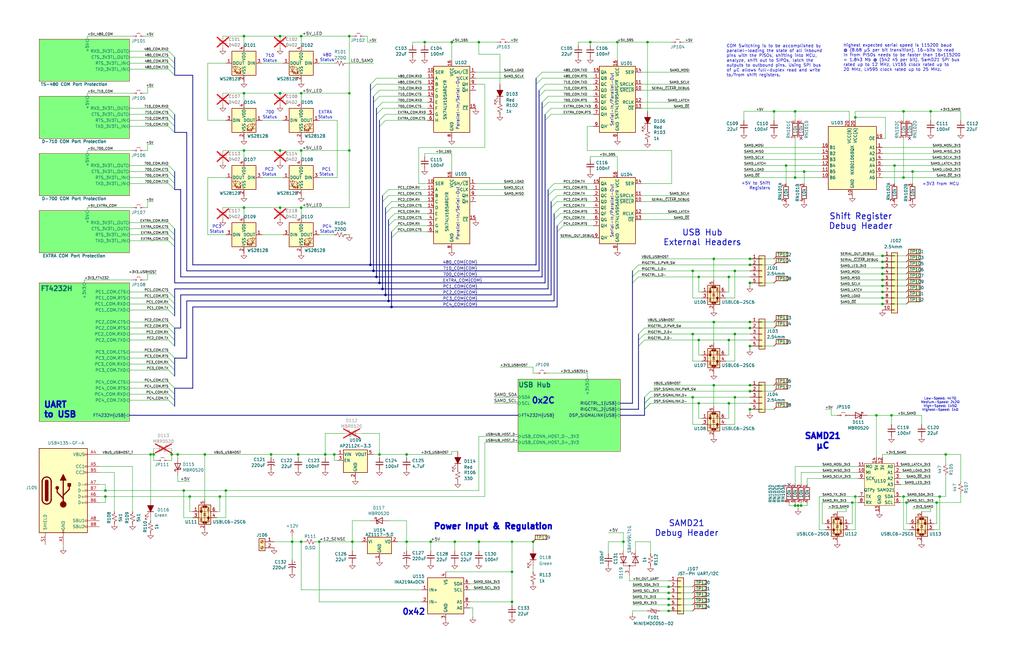
<source format=kicad_sch>
(kicad_sch (version 20250114) (generator "eeschema") (generator_version "9.0")
  (paper "B")
  (title_block (title "Radio COM Port Switcher - Main Page") (date "2025-07-26") (rev "A") (company "Thomas Francois - KX∅STL"))
  (bus_alias "COM" (members "RXD" "TXD" "CTS" "RTS"))
  (text "PC1\nStatus" (at 137.668 72.644 0) (effects (font (size 1.27 1.27))))
  (text "COM Switching is to be accomplished by\nparallel-loading the state of all inbound\npins with the PISOs, shifting into MCU,\nanalyze, shift out to SIPOs, latch the\noutputs to outbound pins. Using SPI bus\nof µC allows full-duplex read and write\nto/from shift registers. " (at 306.324 25.654 0) (effects (font (size 1.27 1.27)) (justify left)))
  (text "UART\nto USB" (at 18.288 172.974 0) (effects (font (size 2.54 2.54) (thickness 1.016) (bold yes)) (justify left)))
  (text "SAMD21\nµC" (at 346.964 186.182 0) (effects (font (size 2.54 2.54) (thickness 1.016) (bold yes))))
  (text "USB Hub\nExternal Headers" (at 296.164 100.33 0) (effects (font (size 2.54 2.54) (thickness 0.3175))))
  (text "Parallel-In/Serial-Out" (at 193.04 90.17 90) (effects (font (size 1.27 1.27))))
  (text "480\nStatus" (at 137.922 24.384 0) (effects (font (size 1.27 1.27))))
  (text "SAMD21\nDebug Header" (at 289.56 223.012 0) (effects (font (size 2.54 2.54) (thickness 0.3175))))
  (text "700\nStatus" (at 113.792 48.514 0) (effects (font (size 1.27 1.27))))
  (text "710\nStatus" (at 113.792 24.638 0) (effects (font (size 1.27 1.27))))
  (text "PC4\nStatus" (at 137.922 96.774 0) (effects (font (size 1.27 1.27))))
  (text "Shift Register\nDebug Header" (at 362.966 93.472 0) (effects (font (size 2.54 2.54) (thickness 0.3175))))
  (text "Serial-In/Parallel-Out" (at 258.064 89.154 90) (effects (font (size 1.27 1.27))))
  (text "Low-Speed: 4k7Ω\nMedium-Speed: 2k2Ω\nHigh-Speed: 1k5Ω\nHighest-Speed: 1kΩ" (at 396.494 170.688 0) (effects (font (size 0.9906 0.9906))))
  (text "Parallel-In/Serial-Out" (at 193.04 43.688 90) (effects (font (size 1.27 1.27))))
  (text "Power Input & Regulation" (at 208.026 222.25 0) (effects (font (size 2.54 2.54) (thickness 1.016) (bold yes))))
  (text "+5V to Shift\nRegisters" (at 324.866 78.486 0) (effects (font (size 1.27 1.27)) (justify right)))
  (text "0x42" (at 174.498 258.318 0) (effects (font (size 2.54 2.54) (thickness 0.508) (bold yes))))
  (text "EXTRA\nStatus" (at 137.16 48.514 0) (effects (font (size 1.27 1.27))))
  (text "0x2C" (at 229.108 169.164 0) (effects (font (size 2.54 2.54) (thickness 0.508) (bold yes))))
  (text "Serial-In/Parallel-Out" (at 258.064 42.164 90) (effects (font (size 1.27 1.27))))
  (text "PC2\nStatus" (at 113.538 72.644 0) (effects (font (size 1.27 1.27))))
  (text "+3V3 from MCU" (at 388.874 77.724 0) (effects (font (size 1.27 1.27)) (justify left)))
  (text "PC3\nStatus" (at 91.44 96.774 0) (effects (font (size 1.27 1.27))))
  (text "Highest expected serial speed is 115200 baud\n@ (8.68 µS per bit transition). 16-bits to read\nin from PISOs needs to be faster than 16x115200\n= 1.843 Mb @ (542 nS per bit). SamD21 SPI bus\nrated up to 12 MHz, LV165 clock rated up to\n20 MHz, LV595 clock rated up to 25 MHz." (at 355.6 24.384 0) (effects (font (size 1.27 1.27)) (justify left)))
  (junction (at 165.1 129.54))
  (junction (at 372.11 128.27))
  (junction (at 307.34 116.84))
  (junction (at 160.02 191.77))
  (junction (at 181.61 228.6))
  (junction (at 292.1 114.3))
  (junction (at 398.78 191.77))
  (junction (at 372.11 110.49))
  (junction (at 127 228.6))
  (junction (at 118.11 15.24))
  (junction (at 273.05 17.78))
  (junction (at 156.21 111.76))
  (junction (at 118.11 87.63))
  (junction (at 157.48 114.3))
  (junction (at 102.87 39.37))
  (junction (at 248.92 17.78))
  (junction (at 294.64 143.51))
  (junction (at 224.79 228.6))
  (junction (at 360.68 49.53))
  (junction (at 381 74.93))
  (junction (at 114.3 191.77))
  (junction (at 316.23 138.43))
  (junction (at 191.77 228.6))
  (junction (at 372.11 113.03))
  (junction (at 307.34 143.51))
  (junction (at 118.11 63.5))
  (junction (at 281.94 255.27))
  (junction (at 309.88 114.3))
  (junction (at 316.23 146.05))
  (junction (at 63.5 191.77))
  (junction (at 335.28 46.99))
  (junction (at 190.5 17.78))
  (junction (at 147.32 15.24))
  (junction (at 336.55 213.36))
  (junction (at 316.23 135.89))
  (junction (at 127 63.5))
  (junction (at 215.9 228.6))
  (junction (at 337.82 213.36))
  (junction (at 161.29 121.92))
  (junction (at 118.11 39.37))
  (junction (at 372.11 120.65))
  (junction (at 86.36 191.77))
  (junction (at 359.41 212.09))
  (junction (at 294.64 170.18))
  (junction (at 377.19 69.85))
  (junction (at 300.99 135.89))
  (junction (at 44.45 207.01))
  (junction (at 77.47 207.01))
  (junction (at 316.23 162.56))
  (junction (at 335.28 74.93))
  (junction (at 215.9 254))
  (junction (at 360.68 209.55))
  (junction (at 148.59 228.6))
  (junction (at 281.94 257.81))
  (junction (at 331.47 69.85))
  (junction (at 316.23 111.76))
  (junction (at 147.32 63.5))
  (junction (at 316.23 109.22))
  (junction (at 326.39 46.99))
  (junction (at 382.27 212.09))
  (junction (at 158.75 116.84))
  (junction (at 137.16 191.77))
  (junction (at 294.64 116.84))
  (junction (at 381 46.99))
  (junction (at 292.1 140.97))
  (junction (at 309.88 167.64))
  (junction (at 147.32 39.37))
  (junction (at 92.71 209.55))
  (junction (at 281.94 247.65))
  (junction (at 372.11 118.11))
  (junction (at 162.56 124.46))
  (junction (at 372.11 107.95))
  (junction (at 372.11 123.19))
  (junction (at 292.1 167.64))
  (junction (at 140.97 191.77))
  (junction (at 262.89 228.6))
  (junction (at 102.87 87.63))
  (junction (at 125.73 191.77))
  (junction (at 127 39.37))
  (junction (at 64.77 191.77))
  (junction (at 160.02 119.38))
  (junction (at 102.87 63.5))
  (junction (at 372.11 125.73))
  (junction (at 201.93 228.6))
  (junction (at 123.19 228.6))
  (junction (at 384.81 72.39))
  (junction (at 375.92 175.26))
  (junction (at 372.11 115.57))
  (junction (at 281.94 250.19))
  (junction (at 95.25 207.01))
  (junction (at 127 15.24))
  (junction (at 102.87 15.24))
  (junction (at 44.45 209.55))
  (junction (at 80.01 209.55))
  (junction (at 316.23 172.72))
  (junction (at 215.9 241.3))
  (junction (at 201.93 17.78))
  (junction (at 307.34 170.18))
  (junction (at 309.88 140.97))
  (junction (at 74.93 191.77))
  (junction (at 281.94 252.73))
  (junction (at 339.09 72.39))
  (junction (at 392.43 46.99))
  (junction (at 316.23 119.38))
  (junction (at 163.83 127))
  (junction (at 127 87.63))
  (junction (at 134.62 228.6))
  (junction (at 316.23 165.1))
  (junction (at 179.07 17.78))
  (junction (at 171.45 228.6))
  (junction (at 300.99 162.56))
  (junction (at 72.39 191.77))
  (junction (at 171.45 191.77))
  (junction (at 260.35 17.78))
  (junction (at 335.28 213.36))
  (junction (at 300.99 109.22))
  (junction (at 396.24 209.55))
  (junction (at 394.97 212.09))
  (junction (at 369.57 175.26))
  (junction (at 381 209.55))
  (no_connect (at 383.54 58.42))
  (no_connect (at 337.82 58.42))
  (no_connect (at 332.74 204.47))
  (bus_entry (at 71.12 26.67) (size 2.54 2.54))
  (bus_entry (at 271.78 167.64) (size 2.54 -2.54))
  (bus_entry (at 266.7 114.3) (size 2.54 -2.54))
  (bus_entry (at 234.95 82.55) (size -2.54 2.54))
  (bus_entry (at 71.12 148.59) (size 2.54 2.54))
  (bus_entry (at 71.12 123.19) (size 2.54 2.54))
  (bus_entry (at 71.12 74.93) (size 2.54 2.54))
  (bus_entry (at 71.12 166.37) (size 2.54 2.54))
  (bus_entry (at 71.12 125.73) (size 2.54 2.54))
  (bus_entry (at 71.12 99.06) (size 2.54 2.54))
  (bus_entry (at 165.1 85.09) (size -2.54 2.54))
  (bus_entry (at 71.12 69.85) (size 2.54 2.54))
  (bus_entry (at 231.14 43.18) (size -2.54 2.54))
  (bus_entry (at 162.56 48.26) (size -2.54 2.54))
  (bus_entry (at 71.12 161.29) (size 2.54 2.54))
  (bus_entry (at 232.41 48.26) (size -2.54 2.54))
  (bus_entry (at 71.12 45.72) (size 2.54 2.54))
  (bus_entry (at 229.87 35.56) (size -2.54 2.54))
  (bus_entry (at 271.78 172.72) (size 2.54 -2.54))
  (bus_entry (at 166.37 92.71) (size -2.54 2.54))
  (bus_entry (at 71.12 140.97) (size 2.54 2.54))
  (bus_entry (at 160.02 38.1) (size -2.54 2.54))
  (bus_entry (at 158.75 35.56) (size -2.54 2.54))
  (bus_entry (at 162.56 50.8) (size -2.54 2.54))
  (bus_entry (at 160.02 40.64) (size -2.54 2.54))
  (bus_entry (at 71.12 24.13) (size 2.54 2.54))
  (bus_entry (at 71.12 72.39) (size 2.54 2.54))
  (bus_entry (at 233.68 80.01) (size -2.54 2.54))
  (bus_entry (at 163.83 82.55) (size -2.54 2.54))
  (bus_entry (at 233.68 77.47) (size -2.54 2.54))
  (bus_entry (at 228.6 30.48) (size -2.54 2.54))
  (bus_entry (at 271.78 172.72) (size 2.54 -2.54))
  (bus_entry (at 71.12 128.27) (size 2.54 2.54))
  (bus_entry (at 71.12 29.21) (size 2.54 2.54))
  (bus_entry (at 71.12 143.51) (size 2.54 2.54))
  (bus_entry (at 71.12 50.8) (size 2.54 2.54))
  (bus_entry (at 266.7 116.84) (size 2.54 -2.54))
  (bus_entry (at 71.12 163.83) (size 2.54 2.54))
  (bus_entry (at 269.24 146.05) (size 2.54 -2.54))
  (bus_entry (at 71.12 77.47) (size 2.54 2.54))
  (bus_entry (at 269.24 143.51) (size 2.54 -2.54))
  (bus_entry (at 236.22 87.63) (size -2.54 2.54))
  (bus_entry (at 232.41 45.72) (size -2.54 2.54))
  (bus_entry (at 71.12 93.98) (size 2.54 2.54))
  (bus_entry (at 161.29 43.18) (size -2.54 2.54))
  (bus_entry (at 161.29 45.72) (size -2.54 2.54))
  (bus_entry (at 271.78 170.18) (size 2.54 -2.54))
  (bus_entry (at 71.12 168.91) (size 2.54 2.54))
  (bus_entry (at 71.12 138.43) (size 2.54 2.54))
  (bus_entry (at 167.64 95.25) (size -2.54 2.54))
  (bus_entry (at 234.95 85.09) (size -2.54 2.54))
  (bus_entry (at 166.37 90.17) (size -2.54 2.54))
  (bus_entry (at 71.12 156.21) (size 2.54 2.54))
  (bus_entry (at 167.64 97.79) (size -2.54 2.54))
  (bus_entry (at 269.24 140.97) (size 2.54 -2.54))
  (bus_entry (at 71.12 21.59) (size 2.54 2.54))
  (bus_entry (at 71.12 135.89) (size 2.54 2.54))
  (bus_entry (at 165.1 87.63) (size -2.54 2.54))
  (bus_entry (at 71.12 53.34) (size 2.54 2.54))
  (bus_entry (at 236.22 90.17) (size -2.54 2.54))
  (bus_entry (at 231.14 40.64) (size -2.54 2.54))
  (bus_entry (at 71.12 101.6) (size 2.54 2.54))
  (bus_entry (at 266.7 119.38) (size 2.54 -2.54))
  (bus_entry (at 271.78 170.18) (size 2.54 -2.54))
  (bus_entry (at 71.12 151.13) (size 2.54 2.54))
  (bus_entry (at 158.75 33.02) (size -2.54 2.54))
  (bus_entry (at 229.87 38.1) (size -2.54 2.54))
  (bus_entry (at 71.12 96.52) (size 2.54 2.54))
  (bus_entry (at 237.49 92.71) (size -2.54 2.54))
  (bus_entry (at 237.49 95.25) (size -2.54 2.54))
  (bus_entry (at 163.83 80.01) (size -2.54 2.54))
  (bus_entry (at 71.12 48.26) (size 2.54 2.54))
  (bus_entry (at 71.12 153.67) (size 2.54 2.54))
  (bus_entry (at 71.12 130.81) (size 2.54 2.54))
  (bus_entry (at 228.6 33.02) (size -2.54 2.54))
  (wire (pts (xy 358.14 220.98) (xy 359.41 220.98)))
  (wire (pts (xy 214.63 17.78) (xy 218.44 17.78)))
  (wire (pts (xy 127 228.6) (xy 128.27 228.6)))
  (wire (pts (xy 190.5 190.5) (xy 193.04 190.5)))
  (wire (pts (xy 288.29 17.78) (xy 292.1 17.78)))
  (wire (pts (xy 309.88 167.64) (xy 316.23 167.64)))
  (wire (pts (xy 274.32 170.18) (xy 294.64 170.18)))
  (wire (pts (xy 307.34 170.18) (xy 307.34 176.53)))
  (wire (pts (xy 313.69 72.39) (xy 339.09 72.39)))
  (wire (pts (xy 63.5 218.44) (xy 63.5 219.71)))
  (wire (pts (xy 102.87 87.63) (xy 93.98 87.63)))
  (wire (pts (xy 71.12 168.91) (xy 54.61 168.91)))
  (wire (pts (xy 295.91 123.19) (xy 294.64 123.19)))
  (wire (pts (xy 55.88 196.85) (xy 55.88 215.9)))
  (wire (pts (xy 234.95 85.09) (xy 250.19 85.09)))
  (wire (pts (xy 392.43 204.47) (xy 379.73 204.47)))
  (wire (pts (xy 60.96 15.24) (xy 64.77 15.24)))
  (bus (pts (xy 73.66 99.06) (xy 73.66 101.6)))
  (wire (pts (xy 36.83 15.24) (xy 36.83 16.51)))
  (wire (pts (xy 201.93 228.6) (xy 201.93 232.41)))
  (bus (pts (xy 232.41 87.63) (xy 232.41 124.46)))
  (bus (pts (xy 163.83 92.71) (xy 163.83 95.25)))
  (bus (pts (xy 234.95 129.54) (xy 165.1 129.54)))
  (wire (pts (xy 372.11 123.19) (xy 354.33 123.19)))
  (bus (pts (xy 227.33 38.1) (xy 227.33 40.64)))
  (bus (pts (xy 232.41 85.09) (xy 232.41 87.63)))
  (wire (pts (xy 161.29 45.72) (xy 180.34 45.72)))
  (wire (pts (xy 127 15.24) (xy 127 19.05)))
  (bus (pts (xy 73.66 101.6) (xy 73.66 104.14)))
  (wire (pts (xy 63.5 191.77) (xy 63.5 210.82)))
  (bus (pts (xy 73.66 26.67) (xy 73.66 29.21)))
  (wire (pts (xy 372.11 115.57) (xy 382.27 115.57)))
  (wire (pts (xy 231.14 43.18) (xy 250.19 43.18)))
  (wire (pts (xy 179.07 64.77) (xy 190.5 64.77)))
  (wire (pts (xy 41.91 204.47) (xy 44.45 204.47)))
  (wire (pts (xy 372.11 118.11) (xy 354.33 118.11)))
  (wire (pts (xy 173.99 17.78) (xy 173.99 19.05)))
  (wire (pts (xy 405.13 208.28) (xy 405.13 212.09)))
  (wire (pts (xy 331.47 69.85) (xy 331.47 77.47)))
  (bus (pts (xy 266.7 114.3) (xy 266.7 116.84)))
  (wire (pts (xy 356.87 215.9) (xy 353.06 215.9)))
  (wire (pts (xy 187.96 241.3) (xy 215.9 241.3)))
  (wire (pts (xy 127 63.5) (xy 147.32 63.5)))
  (wire (pts (xy 160.02 191.77) (xy 160.02 193.04)))
  (bus (pts (xy 73.66 125.73) (xy 73.66 121.92)))
  (bus (pts (xy 158.75 48.26) (xy 158.75 116.84)))
  (wire (pts (xy 356.87 214.63) (xy 356.87 215.9)))
  (wire (pts (xy 64.77 36.83) (xy 62.23 36.83)))
  (wire (pts (xy 392.43 201.93) (xy 379.73 201.93)))
  (bus (pts (xy 73.66 130.81) (xy 73.66 133.35)))
  (wire (pts (xy 381 46.99) (xy 392.43 46.99)))
  (wire (pts (xy 137.16 191.77) (xy 140.97 191.77)))
  (wire (pts (xy 147.32 15.24) (xy 147.32 39.37)))
  (wire (pts (xy 179.07 17.78) (xy 179.07 19.05)))
  (wire (pts (xy 292.1 140.97) (xy 309.88 140.97)))
  (wire (pts (xy 339.09 72.39) (xy 346.71 72.39)))
  (wire (pts (xy 313.69 62.23) (xy 346.71 62.23)))
  (wire (pts (xy 95.25 207.01) (xy 95.25 218.44)))
  (bus (pts (xy 76.2 116.84) (xy 158.75 116.84)))
  (wire (pts (xy 307.34 116.84) (xy 316.23 116.84)))
  (wire (pts (xy 326.39 46.99) (xy 335.28 46.99)))
  (wire (pts (xy 210.82 154.94) (xy 224.79 154.94)))
  (wire (pts (xy 190.5 17.78) (xy 201.93 17.78)))
  (bus (pts (xy 73.66 156.21) (xy 73.66 158.75)))
  (wire (pts (xy 295.91 149.86) (xy 294.64 149.86)))
  (wire (pts (xy 307.34 143.51) (xy 307.34 149.86)))
  (wire (pts (xy 81.28 215.9) (xy 80.01 215.9)))
  (wire (pts (xy 160.02 182.88) (xy 160.02 191.77)))
  (wire (pts (xy 110.49 99.06) (xy 119.38 99.06)))
  (bus (pts (xy 73.66 104.14) (xy 73.66 119.38)))
  (wire (pts (xy 201.93 22.86) (xy 201.93 17.78)))
  (bus (pts (xy 233.68 92.71) (xy 233.68 127)))
  (wire (pts (xy 361.95 201.93) (xy 340.36 201.93)))
  (wire (pts (xy 102.87 63.5) (xy 102.87 67.31)))
  (wire (pts (xy 232.41 45.72) (xy 250.19 45.72)))
  (wire (pts (xy 337.82 213.36) (xy 336.55 213.36)))
  (bus (pts (xy 73.66 80.01) (xy 76.2 80.01)))
  (wire (pts (xy 110.49 26.67) (xy 119.38 26.67)))
  (wire (pts (xy 356.87 214.63) (xy 349.25 214.63)))
  (wire (pts (xy 306.07 152.4) (xy 309.88 152.4)))
  (wire (pts (xy 102.87 39.37) (xy 93.98 39.37)))
  (bus (pts (xy 73.66 143.51) (xy 73.66 146.05)))
  (wire (pts (xy 394.97 212.09) (xy 394.97 220.98)))
  (bus (pts (xy 229.87 48.26) (xy 229.87 50.8)))
  (bus (pts (xy 163.83 127) (xy 233.68 127)))
  (wire (pts (xy 339.09 72.39) (xy 339.09 77.47)))
  (wire (pts (xy 274.32 165.1) (xy 316.23 165.1)))
  (wire (pts (xy 281.94 247.65) (xy 292.1 247.65)))
  (wire (pts (xy 316.23 172.72) (xy 326.39 172.72)))
  (wire (pts (xy 71.12 163.83) (xy 54.61 163.83)))
  (wire (pts (xy 179.07 17.78) (xy 190.5 17.78)))
  (wire (pts (xy 270.51 30.48) (xy 290.83 30.48)))
  (wire (pts (xy 95.25 207.01) (xy 201.93 207.01)))
  (wire (pts (xy 71.12 130.81) (xy 54.61 130.81)))
  (wire (pts (xy 405.13 46.99) (xy 405.13 50.8)))
  (wire (pts (xy 81.28 218.44) (xy 77.47 218.44)))
  (wire (pts (xy 394.97 212.09) (xy 382.27 212.09)))
  (bus (pts (xy 226.06 35.56) (xy 226.06 111.76)))
  (wire (pts (xy 332.74 212.09) (xy 332.74 213.36)))
  (wire (pts (xy 36.83 39.37) (xy 36.83 40.64)))
  (wire (pts (xy 372.11 72.39) (xy 384.81 72.39)))
  (wire (pts (xy 359.41 212.09) (xy 359.41 220.98)))
  (wire (pts (xy 62.23 118.11) (xy 60.96 118.11)))
  (wire (pts (xy 292.1 114.3) (xy 292.1 125.73)))
  (wire (pts (xy 372.11 191.77) (xy 398.78 191.77)))
  (bus (pts (xy 231.14 80.01) (xy 231.14 82.55)))
  (wire (pts (xy 398.78 200.66) (xy 398.78 209.55)))
  (wire (pts (xy 198.12 254) (xy 215.9 254)))
  (bus (pts (xy 229.87 50.8) (xy 229.87 119.38)))
  (wire (pts (xy 405.13 203.2) (xy 405.13 191.77)))
  (wire (pts (xy 234.95 82.55) (xy 250.19 82.55)))
  (wire (pts (xy 66.04 115.57) (xy 62.23 115.57)))
  (wire (pts (xy 179.07 64.77) (xy 179.07 66.04)))
  (wire (pts (xy 307.34 116.84) (xy 307.34 123.19)))
  (wire (pts (xy 71.12 93.98) (xy 54.61 93.98)))
  (wire (pts (xy 306.07 125.73) (xy 309.88 125.73)))
  (wire (pts (xy 224.79 238.76) (xy 224.79 241.3)))
  (wire (pts (xy 270.51 45.72) (xy 290.83 45.72)))
  (wire (pts (xy 388.62 175.26) (xy 388.62 179.07)))
  (wire (pts (xy 295.91 152.4) (xy 292.1 152.4)))
  (wire (pts (xy 233.68 80.01) (xy 250.19 80.01)))
  (wire (pts (xy 361.95 209.55) (xy 360.68 209.55)))
  (wire (pts (xy 198.12 256.54) (xy 199.39 256.54)))
  (wire (pts (xy 92.71 209.55) (xy 204.47 209.55)))
  (bus (pts (xy 160.02 50.8) (xy 160.02 53.34)))
  (wire (pts (xy 382.27 212.09) (xy 379.73 212.09)))
  (wire (pts (xy 248.92 17.78) (xy 248.92 19.05)))
  (wire (pts (xy 91.44 215.9) (xy 92.71 215.9)))
  (wire (pts (xy 306.07 149.86) (xy 307.34 149.86)))
  (bus (pts (xy 73.66 166.37) (xy 73.66 168.91)))
  (wire (pts (xy 200.66 35.56) (xy 204.47 35.56)))
  (wire (pts (xy 80.01 209.55) (xy 80.01 215.9)))
  (wire (pts (xy 270.51 92.71) (xy 290.83 92.71)))
  (wire (pts (xy 294.64 143.51) (xy 307.34 143.51)))
  (wire (pts (xy 71.12 153.67) (xy 54.61 153.67)))
  (wire (pts (xy 86.36 191.77) (xy 74.93 191.77)))
  (wire (pts (xy 281.94 250.19) (xy 292.1 250.19)))
  (bus (pts (xy 165.1 97.79) (xy 165.1 100.33)))
  (bus (pts (xy 161.29 82.55) (xy 161.29 85.09)))
  (wire (pts (xy 71.12 123.19) (xy 54.61 123.19)))
  (wire (pts (xy 381 209.55) (xy 379.73 209.55)))
  (wire (pts (xy 71.12 29.21) (xy 54.61 29.21)))
  (bus (pts (xy 73.66 151.13) (xy 73.66 153.67)))
  (wire (pts (xy 190.5 191.77) (xy 190.5 190.5)))
  (wire (pts (xy 372.11 107.95) (xy 382.27 107.95)))
  (bus (pts (xy 73.66 138.43) (xy 76.2 138.43)))
  (bus (pts (xy 261.62 170.18) (xy 266.7 170.18)))
  (wire (pts (xy 36.83 63.5) (xy 55.88 63.5)))
  (wire (pts (xy 215.9 228.6) (xy 201.93 228.6)))
  (wire (pts (xy 71.12 140.97) (xy 54.61 140.97)))
  (wire (pts (xy 248.92 17.78) (xy 260.35 17.78)))
  (wire (pts (xy 125.73 191.77) (xy 125.73 193.04)))
  (wire (pts (xy 337.82 204.47) (xy 337.82 199.39)))
  (wire (pts (xy 294.64 116.84) (xy 307.34 116.84)))
  (wire (pts (xy 292.1 114.3) (xy 309.88 114.3)))
  (wire (pts (xy 294.64 116.84) (xy 294.64 123.19)))
  (wire (pts (xy 163.83 80.01) (xy 180.34 80.01)))
  (bus (pts (xy 266.7 119.38) (xy 266.7 170.18)))
  (bus (pts (xy 54.61 175.26) (xy 218.44 175.26)))
  (wire (pts (xy 127 248.92) (xy 177.8 248.92)))
  (wire (pts (xy 72.39 189.23) (xy 72.39 191.77)))
  (wire (pts (xy 353.06 175.26) (xy 350.52 175.26)))
  (wire (pts (xy 62.23 39.37) (xy 60.96 39.37)))
  (wire (pts (xy 300.99 162.56) (xy 300.99 171.45)))
  (wire (pts (xy 36.83 15.24) (xy 55.88 15.24)))
  (wire (pts (xy 147.32 63.5) (xy 147.32 87.63)))
  (wire (pts (xy 228.6 30.48) (xy 250.19 30.48)))
  (wire (pts (xy 71.12 194.31) (xy 72.39 194.31)))
  (wire (pts (xy 266.7 252.73) (xy 281.94 252.73)))
  (wire (pts (xy 392.43 214.63) (xy 392.43 215.9)))
  (wire (pts (xy 152.4 182.88) (xy 160.02 182.88)))
  (wire (pts (xy 71.12 148.59) (xy 54.61 148.59)))
  (bus (pts (xy 73.66 168.91) (xy 73.66 171.45)))
  (bus (pts (xy 157.48 43.18) (xy 157.48 114.3)))
  (wire (pts (xy 247.65 157.48) (xy 247.65 160.02)))
  (wire (pts (xy 243.84 17.78) (xy 243.84 19.05)))
  (wire (pts (xy 307.34 143.51) (xy 316.23 143.51)))
  (wire (pts (xy 274.32 233.68) (xy 274.32 228.6)))
  (wire (pts (xy 148.59 219.71) (xy 148.59 228.6)))
  (wire (pts (xy 93.98 15.24) (xy 102.87 15.24)))
  (wire (pts (xy 71.12 128.27) (xy 54.61 128.27)))
  (bus (pts (xy 160.02 53.34) (xy 160.02 119.38)))
  (wire (pts (xy 215.9 241.3) (xy 215.9 254)))
  (wire (pts (xy 127 15.24) (xy 147.32 15.24)))
  (wire (pts (xy 372.11 115.57) (xy 354.33 115.57)))
  (wire (pts (xy 86.36 191.77) (xy 114.3 191.77)))
  (bus (pts (xy 81.28 129.54) (xy 165.1 129.54)))
  (wire (pts (xy 316.23 162.56) (xy 326.39 162.56)))
  (wire (pts (xy 71.12 166.37) (xy 54.61 166.37)))
  (wire (pts (xy 273.05 135.89) (xy 300.99 135.89)))
  (wire (pts (xy 262.89 224.79) (xy 262.89 228.6)))
  (wire (pts (xy 270.51 109.22) (xy 300.99 109.22)))
  (wire (pts (xy 71.12 48.26) (xy 54.61 48.26)))
  (wire (pts (xy 405.13 212.09) (xy 394.97 212.09)))
  (bus (pts (xy 158.75 116.84) (xy 228.6 116.84)))
  (wire (pts (xy 171.45 228.6) (xy 167.64 228.6)))
  (wire (pts (xy 114.3 191.77) (xy 125.73 191.77)))
  (bus (pts (xy 73.66 138.43) (xy 73.66 140.97)))
  (wire (pts (xy 215.9 228.6) (xy 224.79 228.6)))
  (wire (pts (xy 306.07 176.53) (xy 307.34 176.53)))
  (bus (pts (xy 160.02 119.38) (xy 229.87 119.38)))
  (wire (pts (xy 373.38 49.53) (xy 360.68 49.53)))
  (wire (pts (xy 148.59 228.6) (xy 148.59 232.41)))
  (wire (pts (xy 316.23 138.43) (xy 326.39 138.43)))
  (wire (pts (xy 232.41 48.26) (xy 250.19 48.26)))
  (bus (pts (xy 81.28 31.75) (xy 81.28 111.76)))
  (wire (pts (xy 398.78 195.58) (xy 398.78 191.77)))
  (wire (pts (xy 62.23 60.96) (xy 62.23 63.5)))
  (wire (pts (xy 66.04 194.31) (xy 64.77 194.31)))
  (wire (pts (xy 375.92 175.26) (xy 375.92 179.07)))
  (bus (pts (xy 162.56 87.63) (xy 162.56 90.17)))
  (bus (pts (xy 228.6 45.72) (xy 228.6 116.84)))
  (wire (pts (xy 71.12 53.34) (xy 54.61 53.34)))
  (wire (pts (xy 71.12 45.72) (xy 54.61 45.72)))
  (wire (pts (xy 62.23 115.57) (xy 62.23 118.11)))
  (wire (pts (xy 281.94 257.81) (xy 292.1 257.81)))
  (wire (pts (xy 63.5 191.77) (xy 41.91 191.77)))
  (wire (pts (xy 158.75 35.56) (xy 180.34 35.56)))
  (wire (pts (xy 62.23 85.09) (xy 62.23 87.63)))
  (wire (pts (xy 160.02 38.1) (xy 180.34 38.1)))
  (wire (pts (xy 156.21 219.71) (xy 148.59 219.71)))
  (wire (pts (xy 62.23 63.5) (xy 60.96 63.5)))
  (wire (pts (xy 144.78 182.88) (xy 137.16 182.88)))
  (wire (pts (xy 372.11 125.73) (xy 382.27 125.73)))
  (wire (pts (xy 256.54 228.6) (xy 262.89 228.6)))
  (wire (pts (xy 372.11 110.49) (xy 354.33 110.49)))
  (wire (pts (xy 340.36 213.36) (xy 340.36 212.09)))
  (wire (pts (xy 372.11 69.85) (xy 377.19 69.85)))
  (wire (pts (xy 71.12 138.43) (xy 54.61 138.43)))
  (wire (pts (xy 162.56 50.8) (xy 180.34 50.8)))
  (wire (pts (xy 224.79 154.94) (xy 224.79 157.48)))
  (wire (pts (xy 87.63 50.8) (xy 95.25 50.8)))
  (bus (pts (xy 233.68 90.17) (xy 233.68 92.71)))
  (bus (pts (xy 78.74 151.13) (xy 78.74 127)))
  (wire (pts (xy 294.64 170.18) (xy 307.34 170.18)))
  (bus (pts (xy 157.48 40.64) (xy 157.48 43.18)))
  (wire (pts (xy 270.51 85.09) (xy 290.83 85.09)))
  (wire (pts (xy 300.99 162.56) (xy 316.23 162.56)))
  (bus (pts (xy 73.66 48.26) (xy 73.66 50.8)))
  (wire (pts (xy 316.23 173.99) (xy 316.23 172.72)))
  (bus (pts (xy 234.95 97.79) (xy 234.95 129.54)))
  (wire (pts (xy 398.78 209.55) (xy 396.24 209.55)))
  (wire (pts (xy 269.24 116.84) (xy 294.64 116.84)))
  (bus (pts (xy 231.14 82.55) (xy 231.14 121.92)))
  (wire (pts (xy 224.79 231.14) (xy 224.79 228.6)))
  (wire (pts (xy 266.7 255.27) (xy 281.94 255.27)))
  (wire (pts (xy 309.88 140.97) (xy 309.88 152.4)))
  (bus (pts (xy 76.2 124.46) (xy 162.56 124.46)))
  (wire (pts (xy 127 87.63) (xy 118.11 87.63)))
  (wire (pts (xy 162.56 48.26) (xy 180.34 48.26)))
  (wire (pts (xy 377.19 69.85) (xy 377.19 77.47)))
  (wire (pts (xy 250.19 53.34) (xy 247.65 53.34)))
  (wire (pts (xy 405.13 191.77) (xy 398.78 191.77)))
  (wire (pts (xy 266.7 259.08) (xy 266.7 257.81)))
  (wire (pts (xy 165.1 85.09) (xy 180.34 85.09)))
  (wire (pts (xy 236.22 87.63) (xy 250.19 87.63)))
  (wire (pts (xy 95.25 26.67) (xy 87.63 26.67)))
  (bus (pts (xy 271.78 172.72) (xy 271.78 170.18)))
  (wire (pts (xy 215.9 241.3) (xy 215.9 228.6)))
  (wire (pts (xy 316.23 146.05) (xy 326.39 146.05)))
  (wire (pts (xy 71.12 151.13) (xy 54.61 151.13)))
  (wire (pts (xy 281.94 255.27) (xy 292.1 255.27)))
  (wire (pts (xy 157.48 191.77) (xy 160.02 191.77)))
  (bus (pts (xy 73.66 29.21) (xy 73.66 31.75)))
  (wire (pts (xy 80.01 209.55) (xy 44.45 209.55)))
  (wire (pts (xy 55.88 196.85) (xy 41.91 196.85)))
  (wire (pts (xy 64.77 191.77) (xy 64.77 194.31)))
  (wire (pts (xy 236.22 90.17) (xy 250.19 90.17)))
  (wire (pts (xy 369.57 175.26) (xy 369.57 193.04)))
  (wire (pts (xy 335.28 74.93) (xy 346.71 74.93)))
  (wire (pts (xy 36.83 39.37) (xy 55.88 39.37)))
  (wire (pts (xy 256.54 233.68) (xy 256.54 228.6)))
  (wire (pts (xy 176.53 62.23) (xy 176.53 77.47)))
  (wire (pts (xy 372.11 58.42) (xy 373.38 58.42)))
  (wire (pts (xy 372.11 120.65) (xy 382.27 120.65)))
  (wire (pts (xy 44.45 207.01) (xy 41.91 207.01)))
  (wire (pts (xy 335.28 204.47) (xy 335.28 196.85)))
  (wire (pts (xy 91.44 218.44) (xy 95.25 218.44)))
  (wire (pts (xy 110.49 74.93) (xy 119.38 74.93)))
  (wire (pts (xy 125.73 191.77) (xy 137.16 191.77)))
  (wire (pts (xy 309.88 140.97) (xy 316.23 140.97)))
  (wire (pts (xy 64.77 60.96) (xy 62.23 60.96)))
  (bus (pts (xy 226.06 33.02) (xy 226.06 35.56)))
  (bus (pts (xy 73.66 50.8) (xy 73.66 53.34)))
  (wire (pts (xy 48.26 199.39) (xy 48.26 215.9)))
  (wire (pts (xy 381 74.93) (xy 405.13 74.93)))
  (wire (pts (xy 383.54 223.52) (xy 381 223.52)))
  (bus (pts (xy 81.28 163.83) (xy 81.28 129.54)))
  (wire (pts (xy 127 248.92) (xy 127 228.6)))
  (wire (pts (xy 201.93 184.15) (xy 201.93 207.01)))
  (wire (pts (xy 80.01 209.55) (xy 92.71 209.55)))
  (wire (pts (xy 95.25 74.93) (xy 87.63 74.93)))
  (wire (pts (xy 275.59 162.56) (xy 300.99 162.56)))
  (wire (pts (xy 44.45 209.55) (xy 44.45 212.09)))
  (wire (pts (xy 392.43 199.39) (xy 379.73 199.39)))
  (wire (pts (xy 77.47 207.01) (xy 95.25 207.01)))
  (wire (pts (xy 224.79 157.48) (xy 226.06 157.48)))
  (bus (pts (xy 73.66 128.27) (xy 73.66 130.81)))
  (bus (pts (xy 157.48 114.3) (xy 227.33 114.3)))
  (bus (pts (xy 234.95 95.25) (xy 234.95 97.79)))
  (wire (pts (xy 71.12 96.52) (xy 54.61 96.52)))
  (wire (pts (xy 372.11 62.23) (xy 405.13 62.23)))
  (wire (pts (xy 381 209.55) (xy 381 223.52)))
  (wire (pts (xy 154.94 17.78) (xy 154.94 15.24)))
  (wire (pts (xy 313.69 74.93) (xy 335.28 74.93)))
  (wire (pts (xy 171.45 228.6) (xy 171.45 232.41)))
  (wire (pts (xy 396.24 223.52) (xy 396.24 209.55)))
  (wire (pts (xy 256.54 224.79) (xy 262.89 224.79)))
  (wire (pts (xy 337.82 213.36) (xy 340.36 213.36)))
  (bus (pts (xy 73.66 153.67) (xy 73.66 156.21)))
  (wire (pts (xy 140.97 191.77) (xy 142.24 191.77)))
  (wire (pts (xy 71.12 74.93) (xy 54.61 74.93)))
  (wire (pts (xy 48.26 199.39) (xy 41.91 199.39)))
  (wire (pts (xy 171.45 193.04) (xy 171.45 191.77)))
  (wire (pts (xy 372.11 113.03) (xy 354.33 113.03)))
  (wire (pts (xy 210.82 22.86) (xy 201.93 22.86)))
  (wire (pts (xy 218.44 186.69) (xy 204.47 186.69)))
  (wire (pts (xy 396.24 209.55) (xy 381 209.55)))
  (wire (pts (xy 199.39 256.54) (xy 199.39 260.35)))
  (wire (pts (xy 294.64 143.51) (xy 294.64 149.86)))
  (wire (pts (xy 134.62 254) (xy 177.8 254)))
  (wire (pts (xy 360.68 46.99) (xy 381 46.99)))
  (wire (pts (xy 208.28 170.18) (xy 218.44 170.18)))
  (wire (pts (xy 102.87 15.24) (xy 118.11 15.24)))
  (wire (pts (xy 283.21 77.47) (xy 270.51 77.47)))
  (wire (pts (xy 231.14 40.64) (xy 250.19 40.64)))
  (wire (pts (xy 87.63 99.06) (xy 95.25 99.06)))
  (wire (pts (xy 200.66 82.55) (xy 220.98 82.55)))
  (wire (pts (xy 372.11 74.93) (xy 381 74.93)))
  (bus (pts (xy 73.66 53.34) (xy 73.66 55.88)))
  (wire (pts (xy 392.43 46.99) (xy 405.13 46.99)))
  (wire (pts (xy 271.78 138.43) (xy 316.23 138.43)))
  (wire (pts (xy 248.92 66.04) (xy 260.35 66.04)))
  (wire (pts (xy 326.39 46.99) (xy 326.39 50.8)))
  (wire (pts (xy 71.12 50.8) (xy 54.61 50.8)))
  (wire (pts (xy 306.07 179.07) (xy 309.88 179.07)))
  (bus (pts (xy 73.66 55.88) (xy 78.74 55.88)))
  (wire (pts (xy 316.23 165.1) (xy 326.39 165.1)))
  (wire (pts (xy 114.3 193.04) (xy 114.3 191.77)))
  (wire (pts (xy 361.95 212.09) (xy 359.41 212.09)))
  (bus (pts (xy 73.66 163.83) (xy 73.66 166.37)))
  (wire (pts (xy 171.45 219.71) (xy 171.45 228.6)))
  (wire (pts (xy 166.37 92.71) (xy 180.34 92.71)))
  (wire (pts (xy 313.69 69.85) (xy 331.47 69.85)))
  (wire (pts (xy 260.35 66.04) (xy 260.35 72.39)))
  (bus (pts (xy 76.2 138.43) (xy 76.2 124.46)))
  (bus (pts (xy 73.66 31.75) (xy 81.28 31.75)))
  (wire (pts (xy 134.62 254) (xy 134.62 228.6)))
  (wire (pts (xy 71.12 156.21) (xy 54.61 156.21)))
  (wire (pts (xy 248.92 17.78) (xy 243.84 17.78)))
  (wire (pts (xy 71.12 72.39) (xy 54.61 72.39)))
  (wire (pts (xy 142.24 50.8) (xy 142.24 74.93)))
  (wire (pts (xy 198.12 246.38) (xy 210.82 246.38)))
  (wire (pts (xy 336.55 213.36) (xy 335.28 213.36)))
  (wire (pts (xy 326.39 46.99) (xy 313.69 46.99)))
  (wire (pts (xy 181.61 228.6) (xy 181.61 232.41)))
  (wire (pts (xy 102.87 15.24) (xy 102.87 19.05)))
  (wire (pts (xy 233.68 77.47) (xy 250.19 77.47)))
  (wire (pts (xy 134.62 228.6) (xy 148.59 228.6)))
  (wire (pts (xy 292.1 167.64) (xy 292.1 179.07)))
  (bus (pts (xy 73.66 163.83) (xy 81.28 163.83)))
  (wire (pts (xy 300.99 135.89) (xy 316.23 135.89)))
  (wire (pts (xy 372.11 118.11) (xy 382.27 118.11)))
  (wire (pts (xy 229.87 35.56) (xy 250.19 35.56)))
  (bus (pts (xy 266.7 116.84) (xy 266.7 119.38)))
  (bus (pts (xy 271.78 175.26) (xy 271.78 172.72)))
  (wire (pts (xy 35.56 118.11) (xy 35.56 119.38)))
  (bus (pts (xy 161.29 121.92) (xy 231.14 121.92)))
  (wire (pts (xy 80.01 203.2) (xy 74.93 203.2)))
  (wire (pts (xy 336.55 213.36) (xy 336.55 214.63)))
  (bus (pts (xy 228.6 43.18) (xy 228.6 45.72)))
  (wire (pts (xy 313.69 46.99) (xy 313.69 50.8)))
  (wire (pts (xy 102.87 87.63) (xy 102.87 91.44)))
  (wire (pts (xy 64.77 189.23) (xy 64.77 191.77)))
  (wire (pts (xy 147.32 99.06) (xy 146.05 99.06)))
  (wire (pts (xy 72.39 194.31) (xy 72.39 191.77)))
  (wire (pts (xy 62.23 87.63) (xy 60.96 87.63)))
  (wire (pts (xy 382.27 212.09) (xy 382.27 220.98)))
  (wire (pts (xy 157.48 26.67) (xy 146.05 26.67)))
  (wire (pts (xy 369.57 175.26) (xy 375.92 175.26)))
  (wire (pts (xy 160.02 40.64) (xy 180.34 40.64)))
  (wire (pts (xy 229.87 38.1) (xy 250.19 38.1)))
  (wire (pts (xy 102.87 39.37) (xy 118.11 39.37)))
  (wire (pts (xy 266.7 257.81) (xy 273.05 257.81)))
  (wire (pts (xy 372.11 67.31) (xy 405.13 67.31)))
  (wire (pts (xy 92.71 209.55) (xy 92.71 215.9)))
  (wire (pts (xy 127 87.63) (xy 127 91.44)))
  (wire (pts (xy 127 15.24) (xy 118.11 15.24)))
  (wire (pts (xy 267.97 228.6) (xy 267.97 232.41)))
  (wire (pts (xy 140.97 26.67) (xy 134.62 26.67)))
  (wire (pts (xy 345.44 209.55) (xy 345.44 223.52)))
  (wire (pts (xy 191.77 228.6) (xy 191.77 232.41)))
  (wire (pts (xy 102.87 63.5) (xy 118.11 63.5)))
  (bus (pts (xy 162.56 124.46) (xy 232.41 124.46)))
  (wire (pts (xy 237.49 92.71) (xy 250.19 92.71)))
  (wire (pts (xy 309.88 167.64) (xy 309.88 179.07)))
  (wire (pts (xy 335.28 46.99) (xy 358.14 46.99)))
  (wire (pts (xy 309.88 114.3) (xy 316.23 114.3)))
  (wire (pts (xy 270.51 90.17) (xy 290.83 90.17)))
  (bus (pts (xy 73.66 119.38) (xy 160.02 119.38)))
  (wire (pts (xy 247.65 53.34) (xy 247.65 63.5)))
  (wire (pts (xy 372.11 191.77) (xy 372.11 193.04)))
  (wire (pts (xy 316.23 147.32) (xy 316.23 146.05)))
  (wire (pts (xy 271.78 143.51) (xy 294.64 143.51)))
  (wire (pts (xy 127 63.5) (xy 127 67.31)))
  (bus (pts (xy 161.29 85.09) (xy 161.29 121.92)))
  (wire (pts (xy 190.5 17.78) (xy 190.5 25.4)))
  (bus (pts (xy 73.66 24.13) (xy 73.66 26.67)))
  (wire (pts (xy 377.19 69.85) (xy 405.13 69.85)))
  (wire (pts (xy 74.93 191.77) (xy 74.93 193.04)))
  (wire (pts (xy 62.23 36.83) (xy 62.23 39.37)))
  (wire (pts (xy 260.35 17.78) (xy 273.05 17.78)))
  (wire (pts (xy 115.57 228.6) (xy 123.19 228.6)))
  (wire (pts (xy 313.69 67.31) (xy 346.71 67.31)))
  (wire (pts (xy 372.11 107.95) (xy 354.33 107.95)))
  (wire (pts (xy 392.43 46.99) (xy 392.43 50.8)))
  (wire (pts (xy 147.32 39.37) (xy 147.32 63.5)))
  (wire (pts (xy 265.43 242.57) (xy 265.43 245.11)))
  (wire (pts (xy 295.91 179.07) (xy 292.1 179.07)))
  (wire (pts (xy 191.77 228.6) (xy 201.93 228.6)))
  (wire (pts (xy 123.19 228.6) (xy 123.19 236.22)))
  (wire (pts (xy 247.65 63.5) (xy 283.21 63.5)))
  (wire (pts (xy 292.1 140.97) (xy 292.1 152.4)))
  (wire (pts (xy 247.65 157.48) (xy 231.14 157.48)))
  (bus (pts (xy 81.28 111.76) (xy 156.21 111.76)))
  (wire (pts (xy 163.83 219.71) (xy 171.45 219.71)))
  (wire (pts (xy 372.11 128.27) (xy 354.33 128.27)))
  (wire (pts (xy 260.35 17.78) (xy 260.35 25.4)))
  (bus (pts (xy 76.2 80.01) (xy 76.2 116.84)))
  (wire (pts (xy 74.93 203.2) (xy 74.93 200.66)))
  (wire (pts (xy 270.51 38.1) (xy 290.83 38.1)))
  (wire (pts (xy 383.54 220.98) (xy 382.27 220.98)))
  (wire (pts (xy 204.47 62.23) (xy 176.53 62.23)))
  (wire (pts (xy 372.11 110.49) (xy 382.27 110.49)))
  (wire (pts (xy 200.66 33.02) (xy 220.98 33.02)))
  (bus (pts (xy 73.66 121.92) (xy 161.29 121.92)))
  (wire (pts (xy 123.19 226.06) (xy 123.19 228.6)))
  (wire (pts (xy 179.07 17.78) (xy 173.99 17.78)))
  (bus (pts (xy 73.66 96.52) (xy 73.66 99.06)))
  (wire (pts (xy 127 39.37) (xy 127 43.18)))
  (bus (pts (xy 78.74 114.3) (xy 157.48 114.3)))
  (wire (pts (xy 102.87 39.37) (xy 102.87 43.18)))
  (wire (pts (xy 372.11 123.19) (xy 382.27 123.19)))
  (wire (pts (xy 158.75 17.78) (xy 154.94 17.78)))
  (wire (pts (xy 331.47 69.85) (xy 346.71 69.85)))
  (wire (pts (xy 87.63 26.67) (xy 87.63 50.8)))
  (wire (pts (xy 87.63 74.93) (xy 87.63 99.06)))
  (wire (pts (xy 350.52 172.72) (xy 350.52 175.26)))
  (bus (pts (xy 163.83 95.25) (xy 163.83 127)))
  (wire (pts (xy 361.95 199.39) (xy 337.82 199.39)))
  (wire (pts (xy 137.16 191.77) (xy 137.16 193.04)))
  (bus (pts (xy 156.21 38.1) (xy 156.21 111.76)))
  (wire (pts (xy 347.98 223.52) (xy 345.44 223.52)))
  (wire (pts (xy 369.57 175.26) (xy 365.76 175.26)))
  (wire (pts (xy 372.11 125.73) (xy 354.33 125.73)))
  (wire (pts (xy 165.1 87.63) (xy 180.34 87.63)))
  (wire (pts (xy 102.87 63.5) (xy 93.98 63.5)))
  (wire (pts (xy 295.91 176.53) (xy 294.64 176.53)))
  (wire (pts (xy 154.94 15.24) (xy 153.67 15.24)))
  (wire (pts (xy 373.38 58.42) (xy 373.38 49.53)))
  (wire (pts (xy 332.74 213.36) (xy 335.28 213.36)))
  (wire (pts (xy 127 39.37) (xy 147.32 39.37)))
  (wire (pts (xy 372.11 113.03) (xy 382.27 113.03)))
  (wire (pts (xy 200.66 77.47) (xy 220.98 77.47)))
  (wire (pts (xy 35.56 118.11) (xy 55.88 118.11)))
  (wire (pts (xy 313.69 64.77) (xy 346.71 64.77)))
  (wire (pts (xy 266.7 250.19) (xy 281.94 250.19)))
  (bus (pts (xy 269.24 172.72) (xy 269.24 146.05)))
  (bus (pts (xy 73.66 72.39) (xy 73.66 74.93)))
  (wire (pts (xy 269.24 111.76) (xy 316.23 111.76)))
  (wire (pts (xy 142.24 74.93) (xy 134.62 74.93)))
  (wire (pts (xy 360.68 209.55) (xy 345.44 209.55)))
  (bus (pts (xy 269.24 140.97) (xy 269.24 143.51)))
  (wire (pts (xy 347.98 172.72) (xy 350.52 172.72)))
  (wire (pts (xy 270.51 82.55) (xy 290.83 82.55)))
  (wire (pts (xy 384.81 72.39) (xy 384.81 77.47)))
  (bus (pts (xy 271.78 167.64) (xy 271.78 170.18)))
  (bus (pts (xy 261.62 175.26) (xy 271.78 175.26)))
  (bus (pts (xy 78.74 55.88) (xy 78.74 114.3)))
  (wire (pts (xy 71.12 135.89) (xy 54.61 135.89)))
  (wire (pts (xy 110.49 50.8) (xy 119.38 50.8)))
  (wire (pts (xy 381 46.99) (xy 381 50.8)))
  (wire (pts (xy 71.12 77.47) (xy 54.61 77.47)))
  (wire (pts (xy 208.28 167.64) (xy 218.44 167.64)))
  (wire (pts (xy 316.23 111.76) (xy 326.39 111.76)))
  (wire (pts (xy 236.22 100.33) (xy 250.19 100.33)))
  (wire (pts (xy 309.88 114.3) (xy 309.88 125.73)))
  (wire (pts (xy 372.11 128.27) (xy 382.27 128.27)))
  (bus (pts (xy 269.24 146.05) (xy 269.24 143.51)))
  (wire (pts (xy 372.11 120.65) (xy 354.33 120.65)))
  (wire (pts (xy 360.68 223.52) (xy 360.68 209.55)))
  (bus (pts (xy 165.1 100.33) (xy 165.1 129.54)))
  (bus (pts (xy 73.66 140.97) (xy 73.66 143.51)))
  (wire (pts (xy 346.71 212.09) (xy 346.71 220.98)))
  (wire (pts (xy 176.53 77.47) (xy 180.34 77.47)))
  (wire (pts (xy 123.19 228.6) (xy 127 228.6)))
  (wire (pts (xy 248.92 66.04) (xy 248.92 67.31)))
  (wire (pts (xy 306.07 123.19) (xy 307.34 123.19)))
  (wire (pts (xy 167.64 95.25) (xy 180.34 95.25)))
  (wire (pts (xy 77.47 207.01) (xy 44.45 207.01)))
  (wire (pts (xy 274.32 167.64) (xy 292.1 167.64)))
  (wire (pts (xy 278.13 257.81) (xy 281.94 257.81)))
  (wire (pts (xy 335.28 212.09) (xy 335.28 213.36)))
  (wire (pts (xy 133.35 228.6) (xy 134.62 228.6)))
  (wire (pts (xy 316.23 135.89) (xy 326.39 135.89)))
  (wire (pts (xy 273.05 17.78) (xy 283.21 17.78)))
  (wire (pts (xy 295.91 125.73) (xy 292.1 125.73)))
  (wire (pts (xy 134.62 50.8) (xy 142.24 50.8)))
  (wire (pts (xy 265.43 245.11) (xy 281.94 245.11)))
  (wire (pts (xy 71.12 161.29) (xy 54.61 161.29)))
  (wire (pts (xy 161.29 43.18) (xy 180.34 43.18)))
  (wire (pts (xy 340.36 204.47) (xy 340.36 201.93)))
  (wire (pts (xy 361.95 196.85) (xy 335.28 196.85)))
  (wire (pts (xy 372.11 64.77) (xy 405.13 64.77)))
  (wire (pts (xy 102.87 87.63) (xy 118.11 87.63)))
  (wire (pts (xy 307.34 170.18) (xy 316.23 170.18)))
  (wire (pts (xy 300.99 135.89) (xy 300.99 144.78)))
  (wire (pts (xy 270.51 35.56) (xy 290.83 35.56)))
  (wire (pts (xy 283.21 63.5) (xy 283.21 77.47)))
  (bus (pts (xy 78.74 127) (xy 163.83 127)))
  (wire (pts (xy 181.61 228.6) (xy 171.45 228.6)))
  (bus (pts (xy 227.33 40.64) (xy 227.33 114.3)))
  (wire (pts (xy 26.67 229.87) (xy 26.67 231.14)))
  (wire (pts (xy 160.02 191.77) (xy 171.45 191.77)))
  (wire (pts (xy 347.98 220.98) (xy 346.71 220.98)))
  (wire (pts (xy 393.7 220.98) (xy 394.97 220.98)))
  (wire (pts (xy 142.24 194.31) (xy 140.97 194.31)))
  (wire (pts (xy 127 87.63) (xy 147.32 87.63)))
  (wire (pts (xy 316.23 109.22) (xy 326.39 109.22)))
  (wire (pts (xy 140.97 99.06) (xy 134.62 99.06)))
  (wire (pts (xy 384.81 72.39) (xy 405.13 72.39)))
  (wire (pts (xy 204.47 35.56) (xy 204.47 62.23)))
  (wire (pts (xy 335.28 46.99) (xy 335.28 50.8)))
  (wire (pts (xy 198.12 248.92) (xy 210.82 248.92)))
  (wire (pts (xy 381 58.42) (xy 381 74.93)))
  (wire (pts (xy 64.77 191.77) (xy 63.5 191.77)))
  (wire (pts (xy 167.64 97.79) (xy 180.34 97.79)))
  (bus (pts (xy 73.66 151.13) (xy 78.74 151.13)))
  (wire (pts (xy 200.66 80.01) (xy 220.98 80.01)))
  (wire (pts (xy 137.16 182.88) (xy 137.16 191.77)))
  (wire (pts (xy 147.32 15.24) (xy 148.59 15.24)))
  (wire (pts (xy 269.24 114.3) (xy 292.1 114.3)))
  (wire (pts (xy 44.45 209.55) (xy 41.91 209.55)))
  (wire (pts (xy 337.82 212.09) (xy 337.82 213.36)))
  (wire (pts (xy 360.68 46.99) (xy 360.68 49.53)))
  (wire (pts (xy 127 39.37) (xy 118.11 39.37)))
  (wire (pts (xy 360.68 49.53) (xy 360.68 50.8)))
  (bus (pts (xy 162.56 90.17) (xy 162.56 124.46)))
  (wire (pts (xy 71.12 99.06) (xy 54.61 99.06)))
  (wire (pts (xy 140.97 194.31) (xy 140.97 191.77)))
  (wire (pts (xy 148.59 228.6) (xy 152.4 228.6)))
  (wire (pts (xy 158.75 33.02) (xy 180.34 33.02)))
  (wire (pts (xy 228.6 33.02) (xy 250.19 33.02)))
  (wire (pts (xy 86.36 210.82) (xy 86.36 191.77)))
  (wire (pts (xy 274.32 228.6) (xy 267.97 228.6)))
  (wire (pts (xy 118.11 63.5) (xy 127 63.5)))
  (wire (pts (xy 36.83 63.5) (xy 36.83 64.77)))
  (wire (pts (xy 300.99 109.22) (xy 316.23 109.22)))
  (wire (pts (xy 292.1 167.64) (xy 309.88 167.64)))
  (wire (pts (xy 201.93 17.78) (xy 209.55 17.78)))
  (bus (pts (xy 156.21 35.56) (xy 156.21 38.1)))
  (wire (pts (xy 273.05 17.78) (xy 273.05 46.99)))
  (wire (pts (xy 300.99 109.22) (xy 300.99 118.11)))
  (bus (pts (xy 73.66 77.47) (xy 73.66 80.01)))
  (wire (pts (xy 358.14 46.99) (xy 358.14 50.8)))
  (wire (pts (xy 281.94 252.73) (xy 292.1 252.73)))
  (bus (pts (xy 156.21 111.76) (xy 226.06 111.76)))
  (bus (pts (xy 73.66 125.73) (xy 73.66 128.27)))
  (wire (pts (xy 71.12 143.51) (xy 54.61 143.51)))
  (wire (pts (xy 166.37 90.17) (xy 180.34 90.17)))
  (wire (pts (xy 316.23 120.65) (xy 316.23 119.38)))
  (wire (pts (xy 359.41 212.09) (xy 346.71 212.09)))
  (wire (pts (xy 163.83 82.55) (xy 180.34 82.55)))
  (wire (pts (xy 270.51 43.18) (xy 290.83 43.18)))
  (wire (pts (xy 215.9 254) (xy 215.9 255.27)))
  (wire (pts (xy 392.43 214.63) (xy 384.81 214.63)))
  (wire (pts (xy 392.43 215.9) (xy 388.62 215.9)))
  (wire (pts (xy 237.49 95.25) (xy 250.19 95.25)))
  (wire (pts (xy 335.28 58.42) (xy 335.28 74.93)))
  (wire (pts (xy 71.12 69.85) (xy 54.61 69.85)))
  (wire (pts (xy 218.44 184.15) (xy 201.93 184.15)))
  (wire (pts (xy 44.45 204.47) (xy 44.45 207.01)))
  (wire (pts (xy 64.77 85.09) (xy 62.23 85.09)))
  (wire (pts (xy 36.83 87.63) (xy 55.88 87.63)))
  (wire (pts (xy 74.93 191.77) (xy 72.39 191.77)))
  (wire (pts (xy 358.14 223.52) (xy 360.68 223.52)))
  (wire (pts (xy 171.45 191.77) (xy 190.5 191.77)))
  (wire (pts (xy 71.12 101.6) (xy 54.61 101.6)))
  (wire (pts (xy 71.12 26.67) (xy 54.61 26.67)))
  (wire (pts (xy 36.83 87.63) (xy 36.83 88.9)))
  (wire (pts (xy 271.78 140.97) (xy 292.1 140.97)))
  (wire (pts (xy 204.47 186.69) (xy 204.47 209.55)))
  (wire (pts (xy 294.64 170.18) (xy 294.64 176.53)))
  (wire (pts (xy 200.66 30.48) (xy 220.98 30.48)))
  (wire (pts (xy 181.61 228.6) (xy 191.77 228.6)))
  (wire (pts (xy 393.7 223.52) (xy 396.24 223.52)))
  (wire (pts (xy 190.5 64.77) (xy 190.5 72.39)))
  (wire (pts (xy 392.43 196.85) (xy 379.73 196.85)))
  (wire (pts (xy 388.62 175.26) (xy 375.92 175.26)))
  (wire (pts (xy 71.12 21.59) (xy 54.61 21.59)))
  (wire (pts (xy 77.47 207.01) (xy 77.47 218.44)))
  (wire (pts (xy 316.23 119.38) (xy 326.39 119.38)))
  (bus (pts (xy 158.75 45.72) (xy 158.75 48.26)))
  (wire (pts (xy 71.12 24.13) (xy 54.61 24.13)))
  (wire (pts (xy 71.12 125.73) (xy 54.61 125.73)))
  (wire (pts (xy 210.82 35.56) (xy 210.82 22.86)))
  (wire (pts (xy 266.7 247.65) (xy 281.94 247.65)))
  (bus (pts (xy 261.62 172.72) (xy 269.24 172.72)))
  (bus (pts (xy 73.66 74.93) (xy 73.66 77.47)))
  (wire (pts (xy 262.89 228.6) (xy 262.89 232.41)))
  (wire (pts (xy 44.45 212.09) (xy 41.91 212.09)))
  (label "+5V_LED" (at 135.89 39.37 180))
  (label "+5V" (at 181.61 228.6 0))
  (label "700_COM.TXD" (at 71.12 77.47 180) (effects (font (size 1 1))))
  (label "PC2_COM.CTS" (at 71.12 135.89 180) (effects (font (size 1 1))))
  (label "SAMD_SCLK_3V3" (at 346.71 201.93 0) (effects (font (size 0.9906 0.9906))))
  (label "RIGCTRL_1.D+" (at 270.51 114.3 0) (effects (font (size 0.9906 0.9906))))
  (label "VBUS_USBHOST" (at 275.59 162.56 0) (effects (font (size 0.9906 0.9906))))
  (label "RIGCTRL_2.D+" (at 273.05 140.97 0) (effects (font (size 0.9906 0.9906))))
  (label "SAMD_LATCH" (at 354.33 123.19 0) (effects (font (size 0.9906 0.9906))))
  (label "EXTRA_COM.RTS" (at 237.49 48.26 0) (effects (font (size 1 1))))
  (label "SAMD_~{OE}" (at 313.69 74.93 0) (effects (font (size 0.9906 0.9906))))
  (label "PC2_COM.RTS" (at 71.12 138.43 180) (effects (font (size 1 1))))
  (label "SAMD_LOAD" (at 220.98 77.47 180) (effects (font (size 0.9906 0.9906))))
  (label "SAMD_TX_3V3" (at 266.7 252.73 0) (effects (font (size 0.9906 0.9906))))
  (label "710_COM.RTS" (at 237.49 38.1 0) (effects (font (size 1 1))))
  (label "PC4_COM.CTS" (at 167.64 97.79 0) (effects (font (size 1 1))))
  (label "SAMD_SCLK_3V3" (at 405.13 67.31 180) (effects (font (size 0.9906 0.9906))))
  (label "SAMD_~{OE}_3V3" (at 392.43 201.93 180) (effects (font (size 0.9906 0.9906))))
  (label "+3V3_SAMD" (at 349.25 214.63 0) (effects (font (size 0.9906 0.9906))))
  (label "PC4_COM.RTS" (at 71.12 163.83 180) (effects (font (size 1 1))))
  (label "+5V_LED" (at 135.89 87.63 180))
  (label "+5V" (at 64.77 60.96 180) (effects (font (size 1 1))))
  (label "700_COM.RXD" (at 167.64 43.18 0) (effects (font (size 1 1))))
  (label "PC3_COM.RX" (at 167.64 90.17 0) (effects (font (size 1 1))))
  (label "+3V3_SAMD" (at 373.38 191.77 0) (effects (font (size 0.9906 0.9906))))
  (label "VBUS_USBHOST_T" (at 43.18 191.77 0) (effects (font (size 0.9906 0.9906))))
  (label "SAMD_~{OE}" (at 354.33 128.27 0) (effects (font (size 0.9906 0.9906))))
  (label "EXTRA_COM.CTS" (at 167.64 50.8 0) (effects (font (size 1 1))))
  (label "+3V3_USBHOST" (at 189.23 191.77 180) (effects (font (size 1 1))))
  (label "USBHUB_HOST_D-" (at 218.44 184.15 180) (effects (font (size 0.9906 0.9906))))
  (label "SAMD_SDA_3V3" (at 210.82 246.38 180) (effects (font (size 0.9906 0.9906))))
  (label "PC1_COM.RTS" (at 237.49 80.01 0) (effects (font (size 1 1))))
  (label "+5V" (at 318.77 46.99 0) (effects (font (size 0.9906 0.9906))))
  (label "PC1_COM.RTS" (at 71.12 125.73 180) (effects (font (size 1 1))))
  (label "SAMD_MOSI" (at 313.69 62.23 0) (effects (font (size 0.9906 0.9906))))
  (label "VBUS_USBHOST" (at 270.51 109.22 0) (effects (font (size 0.9906 0.9906))))
  (label "SAMD_MISO" (at 220.98 82.55 180) (effects (font (size 0.9906 0.9906))))
  (label "+12_SENSE" (at 134.62 228.6 0))
  (label "EXTRA_COM.RXD" (at 167.64 48.26 0) (effects (font (size 1 1))))
  (label "+5V_710_COM" (at 36.83 39.37 0) (effects (font (size 1 1))))
  (label "RIGCTRL_2.D-" (at 273.05 143.51 0) (effects (font (size 0.9906 0.9906))))
  (label "SAMD_MISO_3V3" (at 405.13 64.77 180) (effects (font (size 0.9906 0.9906))))
  (label "SAMD_MOSI" (at 290.83 30.48 180) (effects (font (size 0.9906 0.9906))))
  (label "+5V_OUT_UART" (at 266.7 245.11 0) (effects (font (size 0.9906 0.9906))))
  (label "+5V_165" (at 190.5 17.78 0) (effects (font (size 1 1))))
  (label "DSP_SIGMALINK.D+" (at 275.59 167.64 0) (effects (font (size 0.9906 0.9906))))
  (label "SAMD_SCLK" (at 220.98 80.01 180) (effects (font (size 0.9906 0.9906))))
  (label "+3V3_USB2514" (at 236.22 157.48 0) (effects (font (size 1 1))))
  (label "+5V_700_COM" (at 36.83 63.5 0) (effects (font (size 1 1))))
  (label "+5V_LED" (at 135.89 63.5 180))
  (label "RIGCTRL_2.PWR_SW" (at 273.05 138.43 0) (effects (font (size 0.9906 0.9906))))
  (label "+5V_595" (at 260.35 17.78 0) (effects (font (size 1 1))))
  (label "PC3_COM.RTS" (at 237.49 90.17 0) (effects (font (size 1 1))))
  (label "PC2_COM.TX" (at 71.12 143.51 180) (effects (font (size 1 1))))
  (label "PC2_COM.CTS" (at 167.64 87.63 0) (effects (font (size 1 1))))
  (label "PC3_COM.RX" (at 71.12 153.67 180) (effects (font (size 1 1))))
  (label "PC2_COM.RX" (at 71.12 140.97 180) (effects (font (size 1 1))))
  (label "EXTRA_COM.TXD" (at 71.12 101.6 180) (effects (font (size 1 1))))
  (label "480_COM.RTS" (at 237.49 33.02 0) (effects (font (size 1 1))))
  (label "SAMD_SCL" (at 208.28 170.18 0))
  (label "LED_SAMD" (at 157.48 26.67 180))
  (label "+5V_EXTRA_COM" (at 36.83 87.63 0) (effects (font (size 1 1))))
  (label "480_COM.TXD" (at 71.12 29.21 180) (effects (font (size 1 1))))
  (label "700_COM.RTS" (at 237.49 43.18 0) (effects (font (size 1 1))))
  (label "PC4_COM.TX" (at 237.49 92.71 0) (effects (font (size 1 1))))
  (label "+5V_480_COM" (at 36.83 15.24 0) (effects (font (size 1 1))))
  (label "EXTRA_COM.RXD" (at 71.12 93.98 180) (effects (font (size 1 1))))
  (label "VBUS_USBHOST" (at 273.05 135.89 0) (effects (font (size 0.9906 0.9906))))
  (label "PC1_COM.CTS" (at 71.12 123.19 180) (effects (font (size 1 1))))
  (label "VBUS_USBHOST" (at 90.17 191.77 0) (effects (font (size 0.9906 0.9906))))
  (label "+3V3_USBHOST" (at 210.82 154.94 0) (effects (font (size 1 1))))
  (label "SAMD_SDA" (at 208.28 167.64 0))
  (label "480_COM.CTS" (at 167.64 35.56 0) (effects (font (size 1 1))))
  (label "PC1_COM.TX" (at 71.12 130.81 180) (effects (font (size 1 1))))
  (label "+5V_595" (at 252.73 66.04 0) (effects (font (size 1 1))))
  (label "700_COM.CTS" (at 71.12 72.39 180) (effects (font (size 1 1))))
  (label "480_COM.RXD" (at 167.64 33.02 0) (effects (font (size 1 1))))
  (label "480_COM.RXD" (at 71.12 21.59 180) (effects (font (size 1 1))))
  (label "710_COM.RTS" (at 71.12 50.8 180) (effects (font (size 1 1))))
  (label "DSP_SIGMALINK.D-" (at 275.59 170.18 0) (effects (font (size 0.9906 0.9906))))
  (label "SAMD_SDA_3V3" (at 266.7 247.65 0) (effects (font (size 1 1))))
  (label "EXTRA_COM.CTS" (at 71.12 96.52 180) (effects (font (size 1 1))))
  (label "+5V" (at 64.77 85.09 180) (effects (font (size 1 1))))
  (label "+3V3_SAMD" (at 384.81 214.63 0) (effects (font (size 0.9906 0.9906))))
  (label "SAMD_RX_3V3" (at 346.71 212.09 0) (effects (font (size 0.9906 0.9906))))
  (label "PC4_COM{COM}" (at 186.69 129.54 0))
  (label "PC3_COM{COM}" (at 186.69 127 0))
  (label "PC1_COM{COM}" (at 186.69 121.92 0))
  (label "PC2_COM{COM}" (at 186.69 124.46 0))
  (label "PC1_COM.TX" (at 237.49 77.47 0) (effects (font (size 1 1))))
  (label "+5V_SAMD" (at 378.46 175.26 0) (effects (font (size 0.9906 0.9906))))
  (label "480_COM.CTS" (at 71.12 24.13 180) (effects (font (size 1 1))))
  (label "+5V" (at 256.54 224.79 0))
  (label "SAMD_SDA_3V3" (at 393.7 209.55 180) (effects (font (size 1 1))))
  (label "SAMD_LOAD_3V3" (at 392.43 199.39 180) (effects (font (size 0.9906 0.9906))))
  (label "SAMD_RX_3V3" (at 266.7 255.27 0) (effects (font (size 0.9906 0.9906))))
  (label "USBHUB_HOST_D+" (at 218.44 186.69 180) (effects (font (size 0.9906 0.9906))))
  (label "PC3_COM.RTS" (at 71.12 151.13 180) (effects (font (size 1 1))))
  (label "+5V_165" (at 190.5 64.77 180) (effects (font (size 1 1))))
  (label "PC2_COM.RX" (at 167.64 85.09 0) (effects (font (size 1 1))))
  (label "480_COM.RTS" (at 71.12 26.67 180) (effects (font (size 1 1))))
  (label "PC4_COM.RTS" (at 237.49 95.25 0) (effects (font (size 1 1))))
  (label "SAMD_SCL_3V3" (at 266.7 250.19 0) (effects (font (size 1 1))))
  (label "SAMD_LATCH_3V3" (at 392.43 196.85 180) (effects (font (size 0.9906 0.9906))))
  (label "SERIAL_~{CLEAR}_DEBUG" (at 290.83 38.1 180) (effects (font (size 0.9906 0.9906))))
  (label "SAMD_MOSI" (at 354.33 115.57 0) (effects (font (size 0.9906 0.9906))))
  (label "EXTRA_COM.RTS" (at 71.12 99.06 180) (effects (font (size 1 1))))
  (label "SAMD_SCLK" (at 220.98 33.02 180) (effects (font (size 0.9906 0.9906))))
  (label "710_COM.CTS" (at 71.12 48.26 180) (effects (font (size 1 1))))
  (label "SAMD_LOAD" (at 354.33 125.73 0) (effects (font (size 0.9906 0.9906))))
  (label "SAMD_SCLK" (at 354.33 120.65 0) (effects (font (size 0.9906 0.9906))))
  (label "RIGCTRL_1.D-" (at 270.51 116.84 0) (effects (font (size 0.9906 0.9906))))
  (label "SAMD_LATCH" (at 313.69 69.85 0) (effects (font (size 0.9906 0.9906))))
  (label "EXTRA_COM.TXD" (at 237.49 45.72 0) (effects (font (size 1 1))))
  (label "SAMD_LED_3V3" (at 354.33 113.03 0) (effects (font (size 0.9906 0.9906))))
  (label "PC4_COM.RX" (at 167.64 95.25 0) (effects (font (size 1 1))))
  (label "EXTRA_COM{COM}" (at 186.69 119.38 0))
  (label "710_COM{COM}" (at 186.69 114.3 0))
  (label "700_COM{COM}" (at 186.69 116.84 0))
  (label "480_COM{COM}" (at 186.69 111.76 0))
  (label "SAMD_SCLK" (at 313.69 67.31 0) (effects (font (size 0.9906 0.9906))))
  (label "+3V3_FT4232" (at 35.56 118.11 0) (effects (font (size 1 1))))
  (label "SERIAL_OUT_DEBUG" (at 236.22 100.33 0) (effects (font (size 0.9906 0.9906))))
  (label "SAMD_LOAD" (at 220.98 30.48 180) (effects (font (size 0.9906 0.9906))))
  (label "SAMD_MOSI_3V3" (at 405.13 62.23 180) (effects (font (size 0.9906 0.9906))))
  (label "SAMD_LOAD" (at 313.69 72.39 0) (effects (font (size 0.9906 0.9906))))
  (label "PC4_COM.RX" (at 71.12 166.37 180) (effects (font (size 1 1))))
  (label "RIGCTRL_1.PWR_SW" (at 270.51 111.76 0) (effects (font (size 0.9906 0.9906))))
  (label "+5V" (at 80.01 203.2 180))
  (label "SERIAL_~{CLEAR}_DEBUG" (at 290.83 85.09 180) (effects (font (size 0.9906 0.9906))))
  (label "700_COM.RTS" (at 71.12 74.93 180) (effects (font (size 1 1))))
  (label "SAMD_SCLK" (at 290.83 82.55 180) (effects (font (size 0.9906 0.9906))))
  (label "PC4_COM.CTS" (at 71.12 161.29 180) (effects (font (size 1 1))))
  (label "700_COM.TXD" (at 237.49 40.64 0) (effects (font (size 1 1))))
  (label "PC1_COM.CTS" (at 167.64 82.55 0) (effects (font (size 1 1))))
  (label "710_COM.TXD" (at 71.12 53.34 180) (effects (font (size 1 1))))
  (label "700_COM.CTS" (at 167.64 45.72 0) (effects (font (size 1 1))))
  (label "SERIAL_~{CLEAR}_DEBUG" (at 354.33 110.49 0) (effects (font (size 0.9906 0.9906))))
  (label "SAMD_LATCH" (at 290.83 43.18 180) (effects (font (size 0.9906 0.9906))))
  (label "+5V" (at 158.75 17.78 180) (effects (font (size 1 1))))
  (label "SERIAL_OUT_DEBUG" (at 354.33 107.95 0) (effects (font (size 0.9906 0.9906))))
  (label "710_COM.RXD" (at 71.12 45.72 180) (effects (font (size 1 1))))
  (label "480_COM.TXD" (at 237.49 30.48 0) (effects (font (size 1 1))))
  (label "PC2_COM.RTS" (at 237.49 85.09 0) (effects (font (size 1 1))))
  (label "+5V" (at 347.98 172.72 0) (effects (font (size 1 1))))
  (label "SAMD_MISO" (at 354.33 118.11 0) (effects (font (size 0.9906 0.9906))))
  (label "SAMD_SCLK" (at 290.83 35.56 180) (effects (font (size 0.9906 0.9906))))
  (label "710_COM.TXD" (at 237.49 35.56 0) (effects (font (size 1 1))))
  (label "SAMD_LATCH_3V3" (at 405.13 69.85 180) (effects (font (size 0.9906 0.9906))))
  (label "+5V_LED" (at 135.89 15.24 180))
  (label "PC2_COM.TX" (at 237.49 82.55 0) (effects (font (size 1 1))))
  (label "+5V" (at 218.44 17.78 180) (effects (font (size 1 1))))
  (label "710_COM.RXD" (at 167.64 38.1 0) (effects (font (size 1 1))))
  (label "PC3_COM.CTS" (at 71.12 148.59 180) (effects (font (size 1 1))))
  (label "SAMD_~{OE}_3V3" (at 405.13 74.93 180) (effects (font (size 0.9906 0.9906))))
  (label "SAMD_LED_3V3" (at 392.43 204.47 180) (effects (font (size 0.9906 0.9906))))
  (label "SAMD_~{OE}" (at 290.83 45.72 180) (effects (font (size 0.9906 0.9906))))
  (label "SAMD_LOAD_3V3" (at 405.13 72.39 180) (effects (font (size 0.9906 0.9906))))
  (label "PC1_COM.RX" (at 167.64 80.01 0) (effects (font (size 1 1))))
  (label "SAMD_MISO" (at 313.69 64.77 0) (effects (font (size 0.9906 0.9906))))
  (label "SAMD_LATCH" (at 290.83 90.17 180) (effects (font (size 0.9906 0.9906))))
  (label "710_COM.CTS" (at 167.64 40.64 0) (effects (font (size 1 1))))
  (label "SAMD_MOSI_3V3" (at 346.71 196.85 0) (effects (font (size 0.9906 0.9906))))
  (label "SAMD_TX_3V3" (at 346.71 209.55 0) (effects (font (size 0.9906 0.9906))))
  (label "SAMD_MISO_3V3" (at 346.71 199.39 0) (effects (font (size 0.9906 0.9906))))
  (label "+5V" (at 292.1 17.78 180) (effects (font (size 1 1))))
  (label "+3V3_USBHOST" (at 66.04 115.57 180) (effects (font (size 1 1))))
  (label "+5V" (at 64.77 15.24 180) (effects (font (size 1 1))))
  (label "PC1_COM.RX" (at 71.12 128.27 180) (effects (font (size 1 1))))
  (label "+3V3_SAMD" (at 405.13 46.99 180) (effects (font (size 0.9906 0.9906))))
  (label "+5V" (at 64.77 36.83 180) (effects (font (size 1 1))))
  (label "PC3_COM.TX" (at 237.49 87.63 0) (effects (font (size 1 1))))
  (label "PC4_COM.TX" (at 71.12 168.91 180) (effects (font (size 1 1))))
  (label "SAMD_SCL_3V3" (at 210.82 248.92 180) (effects (font (size 0.9906 0.9906))))
  (label "700_COM.RXD" (at 71.12 69.85 180) (effects (font (size 1 1))))
  (label "PC3_COM.TX" (at 71.12 156.21 180) (effects (font (size 1 1))))
  (label "DSP_SIGMALINK.PWR_SW" (at 275.59 165.1 0) (effects (font (size 0.9906 0.9906))))
  (label "SAMD_SCL_3V3" (at 393.7 212.09 180) (effects (font (size 1 1))))
  (label "SAMD_~{OE}" (at 290.83 92.71 180) (effects (font (size 0.9906 0.9906))))
  (label "PC3_COM.CTS" (at 167.64 92.71 0) (effects (font (size 1 1))))
  (symbol (lib_id "Jumper:Jumper_2_Small_Open") (at 58.42 39.37 0) (unit 1) (in_bom no)
    (property "Reference" "JP105" (at 58.42 41.402 0))
    (property "Value" "Jumper_2_Small_Open" (effects (hide yes)))
    (property "Footprint" "Jumper:SolderJumper-2_P1.3mm_Open_Pad1.0x1.5mm" (effects (hide yes)))
    (property "Description" "Jumper, 2-pole, small symbol, open" (effects (hide yes)))
  )
  (symbol (lib_id "power:GND") (at 193.04 203.2 0) (unit 1)
    (property "Reference" "#PWR0157" (effects (hide yes)))
    (property "Value" "GND" (effects (hide yes)))
    (property "Description" "Power symbol creates a global label with name \"GND\" , ground" (effects (hide yes)))
  )
  (symbol (lib_id "power:GND") (at 171.45 237.49 0) (unit 1)
    (property "Reference" "#PWR0171" (effects (hide yes)))
    (property "Value" "GND" (effects (hide yes)))
    (property "Description" "Power symbol creates a global label with name \"GND\" , ground" (effects (hide yes)))
  )
  (symbol (lib_id "Device:C_Small") (at 201.93 234.95 0) (unit 1)
    (property "Reference" "C130" (at 204.2541 233.7441 0) (effects (justify left)))
    (property "Value" "100nF" (at 204.2541 236.1684 0) (effects (justify left)))
    (property "Footprint" "Libraries:Worthington_C_0402" (effects (hide yes)))
    (property "Description" "Unpolarized capacitor, small symbol" (effects (hide yes)))
  )
  (symbol (lib_id "power:GND") (at 372.11 130.81 0) (unit 1)
    (property "Reference" "#PWR0144" (effects (hide yes)))
    (property "Value" "GND" (effects (hide yes)))
    (property "Description" "Power symbol creates a global label with name \"GND\" , ground" (effects (hide yes)))
  )
  (symbol (lib_id "Device:LED_Filled") (at 63.5 214.63 270) (mirror x) (unit 1)
    (property "Reference" "D116" (at 66.294 215.138 90) (effects (justify left)))
    (property "Value" "Green" (at 65.024 217.424 90) (effects (justify left)))
    (property "Footprint" "LED_SMD:LED_0603_1608Metric" (effects (hide yes)))
    (property "Description" "Light emitting diode, filled shape" (effects (hide yes)))
    (property "DigiKey Part Number" "732-5016-ND" (effects (hide yes)))
  )
  (symbol (lib_id "Connector:TestPoint_Flag") (at 224.79 228.6 0) (unit 1)
    (property "Reference" "TP119" (at 226.06 226.822 0) (effects (justify left)))
    (property "Value" "TestPoint_Flag" (effects (hide yes)))
    (property "Footprint" "Libraries:KEYSTONE_5017" (effects (hide yes)))
    (property "Description" "test point (alternative flag-style design)" (effects (hide yes)))
  )
  (symbol (lib_id "Device:C_Small") (at 375.92 181.61 0) (unit 1)
    (property "Reference" "C119" (at 378.2441 180.4041 0) (effects (justify left)))
    (property "Value" "100nF" (at 378.2441 182.8284 0) (effects (justify left)))
    (property "Footprint" "Libraries:Worthington_C_0402" (effects (hide yes)))
    (property "Description" "Unpolarized capacitor, small symbol" (effects (hide yes)))
  )
  (symbol (lib_id "Diode:MBR0520") (at 148.59 182.88 0) (unit 1) (dnp yes)
    (property "Reference" "D112" (at 148.2725 177.4655 0))
    (property "Value" "MBR0520" (at 148.2725 179.8898 0))
    (property "Footprint" "Diode_SMD:D_SOD-123" (effects (hide yes)))
    (property "Datasheet" "https://www.onsemi.com/pdf/datasheet/mbr0520lt1-d.pdf" (effects (hide yes)))
    (property "Description" "20V 0.5A Schottky Power Rectifier Diode, SOD-123" (effects (hide yes)))
  )
  (symbol (lib_id "Device:C_Polarized_Small_US") (at 123.19 238.76 0) (mirror y) (unit 1)
    (property "Reference" "C132" (at 120.8786 237.116 0) (effects (justify left)))
    (property "Value" "220uF" (at 120.8786 239.5403 0) (effects (justify left)))
    (property "Footprint" "Capacitor_SMD:CP_Elec_6.3x7.7" (effects (hide yes)))
    (property "Description" "Polarized capacitor, small US symbol" (effects (hide yes)))
  )
  (symbol (lib_id "Library_MicSwitcher:R_Network04_Split") (at 335.28 54.61 0) (mirror x) (unit 3)
    (property "Reference" "RN101" (at 332.486 54.61 90))
    (property "Value" "10k" (at 335.28 54.61 90))
    (property "Footprint" "Resistor_SMD:R_Array_Convex_4x1206" (effects (hide yes)))
    (property "Datasheet" "http://www.vishay.com/docs/31509/csc.pdf" (effects (hide yes)))
    (property "Description" "4 resistor network, star topology, bussed resistors, split" (effects (hide yes)))
  )
  (symbol (lib_id "Connector:TestPoint_Flag") (at 382.27 113.03 0) (unit 1)
    (property "Reference" "TP105" (at 383.54 111.252 0) (effects (justify left)))
    (property "Value" "TestPoint_Flag" (effects (hide yes)))
    (property "Footprint" "Libraries:KEYSTONE_5017" (effects (hide yes)))
    (property "Description" "test point (alternative flag-style design)" (effects (hide yes)))
  )
  (symbol (lib_id "power:GND") (at 114.3 198.12 0) (mirror y) (unit 1)
    (property "Reference" "#PWR0151" (effects (hide yes)))
    (property "Value" "GND" (effects (hide yes)))
    (property "Description" "Power symbol creates a global label with name \"GND\" , ground" (effects (hide yes)))
  )
  (symbol (lib_id "Library_MicSwitcher:R_Network04_Split") (at 384.81 81.28 0) (unit 2)
    (property "Reference" "RN102" (at 382.016 81.28 90))
    (property "Value" "10k" (at 384.81 81.28 90))
    (property "Footprint" "Resistor_SMD:R_Array_Convex_4x1206" (effects (hide yes)))
    (property "Datasheet" "http://www.vishay.com/docs/31509/csc.pdf" (effects (hide yes)))
    (property "Description" "4 resistor network, star topology, bussed resistors, split" (effects (hide yes)))
  )
  (symbol (lib_id "LED:WS2812B-2020") (at 102.87 74.93 0) (mirror y) (unit 1)
    (property "Reference" "D107" (at 102.87 67.31 0) (effects (justify right)))
    (property "Value" "WS2812B" (at 97.028 81.534 0))
    (property "Footprint" "Libraries:LED_WS2812B-2020_PLCC4_2.0x2.0mm" (effects (hide yes)))
    (property "Datasheet" "https://cdn-shop.adafruit.com/product-files/4684/4684_WS2812B-2020_V1.3_EN.pdf" (effects (hide yes)))
    (property "Description" "RGB LED with integrated controller, 2.0 x 2.0 mm, 12 mA" (effects (hide yes)))
  )
  (symbol (lib_id "power:GND") (at 93.98 68.58 0) (mirror y) (unit 1)
    (property "Reference" "#PWR0122" (effects (hide yes)))
    (property "Value" "GND" (effects (hide yes)))
    (property "Description" "Power symbol creates a global label with name \"GND\" , ground" (effects (hide yes)))
  )
  (symbol (lib_id "power:GND") (at 137.16 198.12 0) (unit 1)
    (property "Reference" "#PWR0153" (effects (hide yes)))
    (property "Value" "GND" (effects (hide yes)))
    (property "Description" "Power symbol creates a global label with name \"GND\" , ground" (effects (hide yes)))
  )
  (symbol (lib_id "Device:C_Small") (at 137.16 195.58 0) (mirror y) (unit 1)
    (property "Reference" "C123" (at 134.8359 194.3741 0) (effects (justify left)))
    (property "Value" "100nF" (at 134.8359 196.7984 0) (effects (justify left)))
    (property "Footprint" "Libraries:Worthington_C_0402" (effects (hide yes)))
    (property "Description" "Unpolarized capacitor, small symbol" (effects (hide yes)))
  )
  (symbol (lib_id "power:GND") (at 127 58.42 0) (mirror y) (unit 1)
    (property "Reference" "#PWR0118" (effects (hide yes)))
    (property "Value" "GND" (effects (hide yes)))
    (property "Description" "Power symbol creates a global label with name \"GND\" , ground" (effects (hide yes)))
  )
  (symbol (lib_id "power:GND") (at 190.5 58.42 0) (mirror y) (unit 1)
    (property "Reference" "#PWR0119" (effects (hide yes)))
    (property "Value" "GND" (effects (hide yes)))
    (property "Description" "Power symbol creates a global label with name \"GND\" , ground" (effects (hide yes)))
  )
  (symbol (lib_id "power:GND") (at 260.35 105.41 0) (mirror y) (unit 1)
    (property "Reference" "#PWR0138" (effects (hide yes)))
    (property "Value" "GND" (effects (hide yes)))
    (property "Description" "Power symbol creates a global label with name \"GND\" , ground" (effects (hide yes)))
  )
  (symbol (lib_id "power:GND") (at 149.86 201.93 0) (unit 1)
    (property "Reference" "#PWR0156" (effects (hide yes)))
    (property "Value" "GND" (effects (hide yes)))
    (property "Description" "Power symbol creates a global label with name \"GND\" , ground" (effects (hide yes)))
  )
  (symbol (lib_id "Device:R_Small_US") (at 55.88 218.44 0) (mirror x) (unit 1)
    (property "Reference" "R109" (at 53.594 218.44 90))
    (property "Value" "5k1" (at 58.42 218.44 90))
    (property "Footprint" "Libraries:Worthington_R_0402" (effects (hide yes)))
    (property "Description" "Resistor, small US symbol" (effects (hide yes)))
  )
  (symbol (lib_id "power:GND") (at 199.39 260.35 0) (unit 1)
    (property "Reference" "#PWR0180" (effects (hide yes)))
    (property "Value" "GND" (effects (hide yes)))
    (property "Description" "Power symbol creates a global label with name \"GND\" , ground" (effects (hide yes)))
  )
  (symbol (lib_id "Jumper:Jumper_2_Small_Open") (at 58.42 63.5 0) (unit 1) (in_bom no)
    (property "Reference" "JP106" (at 58.42 65.532 0))
    (property "Value" "Jumper_2_Small_Open" (effects (hide yes)))
    (property "Footprint" "Jumper:SolderJumper-2_P1.3mm_Open_Pad1.0x1.5mm" (effects (hide yes)))
    (property "Description" "Jumper, 2-pole, small symbol, open" (effects (hide yes)))
  )
  (symbol (lib_id "power:GND") (at 248.92 24.13 0) (unit 1)
    (property "Reference" "#PWR0106" (effects (hide yes)))
    (property "Value" "GND" (effects (hide yes)))
    (property "Description" "Power symbol creates a global label with name \"GND\" , ground" (effects (hide yes)))
  )
  (symbol (lib_id "power:GND") (at 118.11 44.45 0) (mirror y) (unit 1)
    (property "Reference" "#PWR0110" (effects (hide yes)))
    (property "Value" "GND" (effects (hide yes)))
    (property "Description" "Power symbol creates a global label with name \"GND\" , ground" (effects (hide yes)))
  )
  (symbol (lib_id "Device:R_Small_US") (at 398.78 198.12 0) (mirror y) (unit 1)
    (property "Reference" "R105" (at 401.066 198.12 90))
    (property "Value" "4k7" (at 396.24 198.12 90))
    (property "Footprint" "Libraries:Worthington_R_0402" (effects (hide yes)))
    (property "Description" "Resistor, small US symbol" (effects (hide yes)))
  )
  (symbol (lib_id "power:GND") (at 749.3 120.65 0) (mirror y) (unit 1)
    (property "Reference" "#PWR0142" (effects (hide yes)))
    (property "Value" "GND" (effects (hide yes)))
    (property "Description" "Power symbol creates a global label with name \"GND\" , ground" (effects (hide yes)))
  )
  (symbol (lib_id "power:GND") (at 388.62 228.6 0) (mirror y) (unit 1)
    (property "Reference" "#PWR0166" (effects (hide yes)))
    (property "Value" "GND" (effects (hide yes)))
    (property "Description" "Power symbol creates a global label with name \"GND\" , ground" (effects (hide yes)))
  )
  (symbol (lib_id "Sensor_Energy:INA219AxDCN") (at 187.96 251.46 0) (unit 1)
    (property "Reference" "U115" (at 179.07 243.1937 0) (effects (justify right)))
    (property "Value" "INA219AxDCN" (at 179.07 245.618 0) (effects (justify right)))
    (property "Footprint" "Package_TO_SOT_SMD:SOT-23-8" (effects (hide yes)))
    (property "Datasheet" "http://www.ti.com/lit/ds/symlink/ina219.pdf" (effects (hide yes)))
    (property "Description" "Zero-Drift, Bidirectional Current/Power Monitor (0-26V) With I2C Interface, SOT-23-8" (effects (hide yes)))
  )
  (symbol (lib_id "LED:WS2812B-2020") (at 102.87 50.8 0) (unit 1)
    (property "Reference" "D104" (at 102.87 43.18 0) (effects (justify left)))
    (property "Value" "WS2812B" (at 108.712 57.404 0))
    (property "Footprint" "Libraries:LED_WS2812B-2020_PLCC4_2.0x2.0mm" (effects (hide yes)))
    (property "Datasheet" "https://cdn-shop.adafruit.com/product-files/4684/4684_WS2812B-2020_V1.3_EN.pdf" (effects (hide yes)))
    (property "Description" "RGB LED with integrated controller, 2.0 x 2.0 mm, 12 mA" (effects (hide yes)))
  )
  (symbol (lib_id "Connector:TestPoint_Flag") (at 382.27 118.11 0) (unit 1)
    (property "Reference" "TP107" (at 383.54 116.332 0) (effects (justify left)))
    (property "Value" "TestPoint_Flag" (effects (hide yes)))
    (property "Footprint" "Libraries:KEYSTONE_5017" (effects (hide yes)))
    (property "Description" "test point (alternative flag-style design)" (effects (hide yes)))
  )
  (symbol (lib_id "Library_MicSwitcher:R_Network04_Split") (at 383.54 54.61 0) (mirror x) (unit 4)
    (property "Reference" "RN102" (at 385.826 54.61 90))
    (property "Value" "10k" (at 383.54 54.61 90))
    (property "Footprint" "Resistor_SMD:R_Array_Convex_4x1206" (effects (hide yes)))
    (property "Datasheet" "http://www.vishay.com/docs/31509/csc.pdf" (effects (hide yes)))
    (property "Description" "4 resistor network, star topology, bussed resistors, split" (effects (hide yes)))
  )
  (symbol (lib_id "Connector_Generic:Conn_01x06") (at 287.02 250.19 0) (unit 1)
    (property "Reference" "J107" (at 292.1 240.03 0))
    (property "Value" "JST-PH UART/I2C" (at 294.386 242.062 0))
    (property "Footprint" "Connector_JST:JST_PH_S6B-PH-K_1x06_P2.00mm_Horizontal" (effects (hide yes)))
    (property "Description" "Generic connector, single row, 01x06, script generated (kicad-library-utils/schlib/autogen/connector/)" (effects (hide yes)))
  )
  (symbol (lib_id "Device:C_Small") (at 179.07 21.59 0) (unit 1)
    (property "Reference" "C104" (at 181.3941 20.3841 0) (effects (justify left)))
    (property "Value" "100nF" (at 181.3941 22.8084 0) (effects (justify left)))
    (property "Footprint" "Libraries:Worthington_C_0402" (effects (hide yes)))
    (property "Description" "Unpolarized capacitor, small symbol" (effects (hide yes)))
  )
  (symbol (lib_id "Device:C_Small") (at 313.69 53.34 0) (unit 1)
    (property "Reference" "C109" (at 311.3659 52.1341 0) (effects (justify right)))
    (property "Value" "22uF" (at 311.3659 54.5584 0) (effects (justify right)))
    (property "Footprint" "Libraries:Worthington_C_0603" (effects (hide yes)))
    (property "Description" "Unpolarized capacitor, small symbol" (effects (hide yes)))
  )
  (symbol (lib_id "Device:C_Small") (at 256.54 236.22 0) (mirror x) (unit 1)
    (property "Reference" "C131" (at 259.588 238.252 90) (effects (justify right)))
    (property "Value" "100nF" (at 253.746 238.252 90) (effects (justify right)))
    (property "Footprint" "Libraries:Worthington_C_0402" (effects (hide yes)))
    (property "Description" "Unpolarized capacitor, small symbol" (effects (hide yes)))
  )
  (symbol (lib_id "Device:LED_Filled") (at 193.04 194.31 270) (mirror x) (unit 1)
    (property "Reference" "D114" (at 195.58 194.6274 90) (effects (justify left)))
    (property "Value" "Red" (at 195.58 197.1674 90) (effects (justify left)))
    (property "Footprint" "LED_THT:LED_D5.0mm" (effects (hide yes)))
    (property "Description" "Light emitting diode, filled shape" (effects (hide yes)))
    (property "DigiKey Part Number" "732-5016-ND" (effects (hide yes)))
  )
  (symbol (lib_id "Connector:USB_C_Receptacle_USB2.0_16P") (at 26.67 207.01 0) (unit 1)
    (property "Reference" "J105" (at 15.748 205.7978 0) (effects (justify right)))
    (property "Value" "USB4135-GF-A" (at 35.56 186.944 0) (effects (justify right)))
    (property "Footprint" "Connector_USB:USB_C_Receptacle_GCT_USB4105-xx-A_16P_TopMnt_Horizontal" (effects (hide yes)))
    (property "Datasheet" "https://gct.co/files/specs/usb4105-spec.pdf" (effects (hide yes)))
    (property "Description" "USB 2.0-only 16P Type-C Receptacle connector" (effects (hide yes)))
  )
  (symbol (lib_id "Device:R_Small_US") (at 210.82 45.72 180) (unit 1)
    (property "Reference" "R102" (at 213.36 44.4499 0) (effects (justify right)))
    (property "Value" "1k" (at 213.36 46.9899 0) (effects (justify right)))
    (property "Footprint" "Libraries:Worthington_R_0603" (effects (hide yes)))
    (property "Description" "Resistor, small US symbol" (effects (hide yes)))
    (property "DigiKey Part Number" "311-510HRCT-ND" (effects (hide yes)))
  )
  (symbol (lib_id "New_Library:QT_Py_SAMD21") (at 370.84 204.47 0) (mirror y) (unit 1)
    (property "Reference" "U110" (at 371.094 202.946 0))
    (property "Value" "QTPy SAMD21" (at 370.84 206.756 0))
    (property "Footprint" "Libraries:Py_QT_SAMD21" (effects (hide yes)))
    (property "Datasheet" "https://cdn-learn.adafruit.com/downloads/pdf/adafruit-qt-py.pdf" (effects (hide yes)))
  )
  (symbol (lib_id "power:GND") (at 392.43 55.88 0) (mirror y) (unit 1)
    (property "Reference" "#PWR0115" (effects (hide yes)))
    (property "Value" "GND" (effects (hide yes)))
    (property "Description" "Power symbol creates a global label with name \"GND\" , ground" (effects (hide yes)))
  )
  (symbol (lib_id "Library_MicSwitcher:R_Network04_Split") (at 340.36 208.28 0) (unit 1)
    (property "Reference" "RN103" (at 330.2 208.28 90))
    (property "Value" "10k" (at 340.36 208.28 90))
    (property "Footprint" "Resistor_SMD:R_Array_Convex_4x1206" (effects (hide yes)))
    (property "Datasheet" "http://www.vishay.com/docs/31509/csc.pdf" (effects (hide yes)))
    (property "Description" "4 resistor network, star topology, bussed resistors, split" (effects (hide yes)))
  )
  (symbol (lib_id "Device:C_Polarized_Small_US") (at 171.45 234.95 0) (unit 1)
    (property "Reference" "C127" (at 173.7614 233.306 0) (effects (justify left)))
    (property "Value" "220uF" (at 173.7614 235.7303 0) (effects (justify left)))
    (property "Footprint" "Capacitor_SMD:CP_Elec_6.3x7.7" (effects (hide yes)))
    (property "Description" "Polarized capacitor, small US symbol" (effects (hide yes)))
  )
  (symbol (lib_id "power:GND") (at 256.54 238.76 0) (mirror y) (unit 1)
    (property "Reference" "#PWR0175" (effects (hide yes)))
    (property "Value" "GND" (effects (hide yes)))
    (property "Description" "Power symbol creates a global label with name \"GND\" , ground" (effects (hide yes)))
  )
  (symbol (lib_id "power:GND") (at 93.98 20.32 0) (mirror y) (unit 1)
    (property "Reference" "#PWR0101" (effects (hide yes)))
    (property "Value" "GND" (effects (hide yes)))
    (property "Description" "Power symbol creates a global label with name \"GND\" , ground" (effects (hide yes)))
  )
  (symbol (lib_id "Device:R_Small_US") (at 405.13 205.74 0) (mirror y) (unit 1)
    (property "Reference" "R107" (at 407.416 205.74 90))
    (property "Value" "4k7" (at 402.59 205.74 90))
    (property "Footprint" "Libraries:Worthington_R_0402" (effects (hide yes)))
    (property "Description" "Resistor, small US symbol" (effects (hide yes)))
  )
  (symbol (lib_id "power:GND") (at 127 82.55 0) (mirror y) (unit 1)
    (property "Reference" "#PWR0127" (effects (hide yes)))
    (property "Value" "GND" (effects (hide yes)))
    (property "Description" "Power symbol creates a global label with name \"GND\" , ground" (effects (hide yes)))
  )
  (symbol (lib_id "Power_Protection:USBLC6-2P6") (at 300.99 123.19 0) (unit 1)
    (property "Reference" "U106" (at 292.608 127.508 0) (effects (justify left)))
    (property "Value" "USBLC6-2SC6" (at 304.292 127.508 0) (effects (justify left)))
    (property "Footprint" "Package_TO_SOT_SMD:SOT-666" (effects (hide yes)))
    (property "Datasheet" "https://www.st.com/resource/en/datasheet/usblc6-2.pdf" (effects (hide yes)))
    (property "Description" "Very low capacitance ESD protection diode, 2 data-line, SOT-666" (effects (hide yes)))
  )
  (symbol (lib_id "power:GND") (at 55.88 220.98 0) (unit 1)
    (property "Reference" "#PWR0161" (effects (hide yes)))
    (property "Value" "GND" (effects (hide yes)))
    (property "Description" "Power symbol creates a global label with name \"GND\" , ground" (effects (hide yes)))
  )
  (symbol (lib_id "Connector:TestPoint_Flag") (at 292.1 250.19 0) (unit 1)
    (property "Reference" "TP121" (at 293.37 248.412 0) (effects (justify left)))
    (property "Value" "TestPoint_Flag" (effects (hide yes)))
    (property "Footprint" "Libraries:KEYSTONE_5017" (effects (hide yes)))
    (property "Description" "test point (alternative flag-style design)" (effects (hide yes)))
  )
  (symbol (lib_id "Device:C_Small") (at 160.02 195.58 0) (unit 1)
    (property "Reference" "C124" (at 162.3441 194.3741 0) (effects (justify left)))
    (property "Value" "100nF" (at 162.3441 196.7984 0) (effects (justify left)))
    (property "Footprint" "Libraries:Worthington_C_0402" (effects (hide yes)))
    (property "Description" "Unpolarized capacitor, small symbol" (effects (hide yes)))
  )
  (symbol (lib_id "Power_Protection:USBLC6-2P6") (at 300.99 149.86 0) (unit 1)
    (property "Reference" "U107" (at 292.608 154.178 0) (effects (justify left)))
    (property "Value" "USBLC6-2SC6" (at 304.292 154.178 0) (effects (justify left)))
    (property "Footprint" "Package_TO_SOT_SMD:SOT-666" (effects (hide yes)))
    (property "Datasheet" "https://www.st.com/resource/en/datasheet/usblc6-2.pdf" (effects (hide yes)))
    (property "Description" "Very low capacitance ESD protection diode, 2 data-line, SOT-666" (effects (hide yes)))
  )
  (symbol (lib_id "Connector:TestPoint_Flag") (at 382.27 123.19 0) (unit 1)
    (property "Reference" "TP110" (at 383.54 121.412 0) (effects (justify left)))
    (property "Value" "TestPoint_Flag" (effects (hide yes)))
    (property "Footprint" "Libraries:KEYSTONE_5017" (effects (hide yes)))
    (property "Description" "test point (alternative flag-style design)" (effects (hide yes)))
  )
  (symbol (lib_id "Device:C_Small") (at 118.11 17.78 0) (unit 1) (in_bom no) (dnp yes)
    (property "Reference" "C102" (at 120.4341 16.5741 0) (effects (justify left)))
    (property "Value" "0402" (at 120.4341 18.9984 0) (effects (justify left)))
    (property "Footprint" "Libraries:Worthington_C_0402" (effects (hide yes)))
  )
  (symbol (lib_id "Connector:TestPoint_Flag") (at 382.27 107.95 0) (unit 1)
    (property "Reference" "TP101" (at 383.54 106.172 0) (effects (justify left)))
    (property "Value" "TestPoint_Flag" (effects (hide yes)))
    (property "Footprint" "Libraries:KEYSTONE_5017" (effects (hide yes)))
    (property "Description" "test point (alternative flag-style design)" (effects (hide yes)))
  )
  (symbol (lib_id "Device:C_Small") (at 93.98 66.04 0) (unit 1) (in_bom no) (dnp yes)
    (property "Reference" "C113" (at 96.3041 64.8341 0) (effects (justify left)))
    (property "Value" "0402" (at 96.3041 67.2584 0) (effects (justify left)))
    (property "Footprint" "Libraries:Worthington_C_0402" (effects (hide yes)))
  )
  (symbol (lib_id "Connector:TestPoint_Flag") (at 326.39 135.89 0) (unit 1)
    (property "Reference" "TP113" (at 327.66 134.112 0) (effects (justify left)))
    (property "Value" "TestPoint_Flag" (effects (hide yes)))
    (property "Footprint" "Libraries:KEYSTONE_5017" (effects (hide yes)))
    (property "Description" "test point (alternative flag-style design)" (effects (hide yes)))
  )
  (symbol (lib_id "Jumper:Jumper_2_Small_Open") (at 285.75 17.78 0) (unit 1) (in_bom no)
    (property "Reference" "JP104" (at 285.75 19.812 0))
    (property "Value" "Jumper_2_Small_Open" (effects (hide yes)))
    (property "Footprint" "Jumper:SolderJumper-2_P1.3mm_Open_Pad1.0x1.5mm" (effects (hide yes)))
    (property "Description" "Jumper, 2-pole, small symbol, open" (effects (hide yes)))
  )
  (symbol (lib_id "74xx:74HC595") (at 260.35 40.64 0) (mirror y) (unit 1)
    (property "Reference" "U101" (at 261.62 26.67 0) (effects (justify right)))
    (property "Value" "SN74LV595ARGYR" (at 260.096 33.528 90) (effects (justify right)))
    (property "Footprint" "Libraries:RGY16_2P55X2P05" (effects (hide yes)))
    (property "Datasheet" "https://www.ti.com/lit/ds/symlink/sn74hc595.pdf" (effects (hide yes)))
    (property "Description" "8-bit serial in/out Shift Register 3-State Outputs" (effects (hide yes)))
    (property "DigiKey" "https://www.digikey.com/en/products/detail/texas-instruments/SN74LV595ARGYR/521526" (effects (hide yes)))
  )
  (symbol (lib_id "Power_Protection:USBLC6-2P6") (at 300.99 176.53 0) (unit 1)
    (property "Reference" "U108" (at 292.608 180.848 0) (effects (justify left)))
    (property "Value" "USBLC6-2SC6" (at 304.292 180.848 0) (effects (justify left)))
    (property "Footprint" "Package_TO_SOT_SMD:SOT-666" (effects (hide yes)))
    (property "Datasheet" "https://www.st.com/resource/en/datasheet/usblc6-2.pdf" (effects (hide yes)))
    (property "Description" "Very low capacitance ESD protection diode, 2 data-line, SOT-666" (effects (hide yes)))
  )
  (symbol (lib_id "Regulator_Linear:AP2112K-3.3") (at 149.86 194.31 0) (unit 1)
    (property "Reference" "U109" (at 149.86 185.7205 0))
    (property "Value" "AP2112K-3.3" (at 149.86 188.1448 0))
    (property "Footprint" "Package_TO_SOT_SMD:SOT-23-5" (effects (hide yes)))
    (property "Datasheet" "https://www.diodes.com/assets/Datasheets/AP2112.pdf" (effects (hide yes)))
    (property "Description" "600mA low dropout linear regulator, with enable pin, 3.8V-6V input voltage range, 3.3V fixed positive output, SOT-23-5" (effects (hide yes)))
  )
  (symbol (lib_id "Device:R_Small_US") (at 193.04 200.66 180) (unit 1)
    (property "Reference" "R106" (at 195.58 199.3899 0) (effects (justify right)))
    (property "Value" "330" (at 195.58 201.9299 0) (effects (justify right)))
    (property "Footprint" "Libraries:Worthington_R_0603" (effects (hide yes)))
    (property "Description" "Resistor, small US symbol" (effects (hide yes)))
    (property "DigiKey Part Number" "311-510HRCT-ND" (effects (hide yes)))
  )
  (symbol (lib_id "Device:C_Small") (at 173.99 21.59 0) (unit 1)
    (property "Reference" "C103" (at 171.6659 20.3841 0) (effects (justify right)))
    (property "Value" "22uF" (at 171.6659 22.8084 0) (effects (justify right)))
    (property "Footprint" "Libraries:Worthington_C_0603" (effects (hide yes)))
    (property "Description" "Unpolarized capacitor, small symbol" (effects (hide yes)))
  )
  (symbol (lib_id "Connector:TestPoint_Flag") (at 382.27 120.65 0) (unit 1)
    (property "Reference" "TP109" (at 383.54 118.872 0) (effects (justify left)))
    (property "Value" "TestPoint_Flag" (effects (hide yes)))
    (property "Footprint" "Libraries:KEYSTONE_5017" (effects (hide yes)))
    (property "Description" "test point (alternative flag-style design)" (effects (hide yes)))
  )
  (symbol (lib_id "power:GND") (at 336.55 214.63 0) (unit 1)
    (property "Reference" "#PWR0158" (effects (hide yes)))
    (property "Value" "GND" (effects (hide yes)))
    (property "Description" "Power symbol creates a global label with name \"GND\" , ground" (effects (hide yes)))
  )
  (symbol (lib_id "Library_MicSwitcher:R_Network04_Split") (at 331.47 81.28 0) (mirror y) (unit 1)
    (property "Reference" "RN101" (at 328.93 80.772 90))
    (property "Value" "10k" (at 331.47 81.28 90))
    (property "Footprint" "Resistor_SMD:R_Array_Convex_4x1206" (effects (hide yes)))
    (property "Datasheet" "http://www.vishay.com/docs/31509/csc.pdf" (effects (hide yes)))
    (property "Description" "4 resistor network, star topology, bussed resistors, split" (effects (hide yes)))
  )
  (symbol (lib_id "Connector:TestPoint_Flag") (at 382.27 115.57 0) (unit 1)
    (property "Reference" "TP106" (at 383.54 113.792 0) (effects (justify left)))
    (property "Value" "TestPoint_Flag" (effects (hide yes)))
    (property "Footprint" "Libraries:KEYSTONE_5017" (effects (hide yes)))
    (property "Description" "test point (alternative flag-style design)" (effects (hide yes)))
  )
  (symbol (lib_id "power:GND") (at 102.87 106.68 0) (mirror y) (unit 1)
    (property "Reference" "#PWR0139" (effects (hide yes)))
    (property "Value" "GND" (effects (hide yes)))
    (property "Description" "Power symbol creates a global label with name \"GND\" , ground" (effects (hide yes)))
  )
  (symbol (lib_id "power:GND") (at 160.02 236.22 0) (unit 1)
    (property "Reference" "#PWR0169" (effects (hide yes)))
    (property "Value" "GND" (effects (hide yes)))
    (property "Description" "Power symbol creates a global label with name \"GND\" , ground" (effects (hide yes)))
  )
  (symbol (lib_id "power:GND") (at 179.07 24.13 0) (unit 1)
    (property "Reference" "#PWR0104" (effects (hide yes)))
    (property "Value" "GND" (effects (hide yes)))
    (property "Description" "Power symbol creates a global label with name \"GND\" , ground" (effects (hide yes)))
  )
  (symbol (lib_id "Library_MicSwitcher:R_Network04_Split") (at 337.82 54.61 0) (mirror x) (unit 4)
    (property "Reference" "RN101" (at 340.106 54.61 90))
    (property "Value" "10k" (at 337.82 54.61 90))
    (property "Footprint" "Resistor_SMD:R_Array_Convex_4x1206" (effects (hide yes)))
    (property "Datasheet" "http://www.vishay.com/docs/31509/csc.pdf" (effects (hide yes)))
    (property "Description" "4 resistor network, star topology, bussed resistors, split" (effects (hide yes)))
  )
  (symbol (lib_id "Connector:TestPoint_Flag") (at 326.39 172.72 0) (unit 1)
    (property "Reference" "TP118" (at 327.66 170.942 0) (effects (justify left)))
    (property "Value" "TestPoint_Flag" (effects (hide yes)))
    (property "Footprint" "Libraries:KEYSTONE_5017" (effects (hide yes)))
    (property "Description" "test point (alternative flag-style design)" (effects (hide yes)))
  )
  (symbol (lib_id "Device:C_Small") (at 125.73 195.58 0) (unit 1)
    (property "Reference" "C122" (at 123.4059 194.3741 0) (effects (justify right)))
    (property "Value" "22uF" (at 123.4059 196.7984 0) (effects (justify right)))
    (property "Footprint" "Libraries:Worthington_C_0603" (effects (hide yes)))
    (property "Description" "Unpolarized capacitor, small symbol" (effects (hide yes)))
  )
  (symbol (lib_id "power:GND") (at 127 34.29 0) (mirror y) (unit 1)
    (property "Reference" "#PWR0108" (effects (hide yes)))
    (property "Value" "GND" (effects (hide yes)))
    (property "Description" "Power symbol creates a global label with name \"GND\" , ground" (effects (hide yes)))
  )
  (symbol (lib_id "Jumper:Jumper_2_Small_Open") (at 151.13 15.24 0) (mirror y) (unit 1) (in_bom no)
    (property "Reference" "JP102" (at 150.876 17.018 0))
    (property "Value" "Jumper_2_Small_Open" (effects (hide yes)))
    (property "Footprint" "Jumper:SolderJumper-2_P1.3mm_Open_Pad1.0x1.5mm" (effects (hide yes)))
    (property "Description" "Jumper, 2-pole, small symbol, open" (effects (hide yes)))
  )
  (symbol (lib_id "power:GND") (at 300.99 157.48 0) (unit 1)
    (property "Reference" "#PWR0146" (effects (hide yes)))
    (property "Value" "GND" (effects (hide yes)))
    (property "Description" "Power symbol creates a global label with name \"GND\" , ground" (effects (hide yes)))
  )
  (symbol (lib_id "Connector_Generic:Conn_01x05") (at 321.31 167.64 0) (unit 1)
    (property "Reference" "J104" (at 323.342 166.4278 0) (effects (justify left)))
    (property "Value" "2.54mm" (at 323.342 168.8521 0) (effects (justify left)))
    (property "Footprint" "Connector_JST:JST_PH_S5B-PH-K_1x05_P2.00mm_Horizontal" (effects (hide yes)))
    (property "Description" "Generic connector, single row, 01x05, script generated (kicad-library-utils/schlib/autogen/connector/)" (effects (hide yes)))
  )
  (symbol (lib_id "Device:C_Small") (at 118.11 90.17 0) (unit 1) (in_bom no) (dnp yes)
    (property "Reference" "C118" (at 120.4341 88.9641 0) (effects (justify left)))
    (property "Value" "0402" (at 120.4341 91.3884 0) (effects (justify left)))
    (property "Footprint" "Libraries:Worthington_C_0402" (effects (hide yes)))
  )
  (symbol (lib_id "power:GND") (at 93.98 92.71 0) (mirror y) (unit 1)
    (property "Reference" "#PWR0133" (effects (hide yes)))
    (property "Value" "GND" (effects (hide yes)))
    (property "Description" "Power symbol creates a global label with name \"GND\" , ground" (effects (hide yes)))
  )
  (symbol (lib_id "Device:R_Small_US") (at 143.51 26.67 90) (unit 1)
    (property "Reference" "R101" (at 143.51 21.844 90))
    (property "Value" "220Ω" (at 143.51 24.384 90))
    (property "Footprint" "Libraries:Worthington_R_0402" (effects (hide yes)))
  )
  (symbol (lib_id "Device:R_Small_US") (at 63.5 222.25 0) (mirror x) (unit 1)
    (property "Reference" "R110" (at 61.214 222.25 90))
    (property "Value" "1k" (at 66.04 222.25 90))
    (property "Footprint" "Libraries:Worthington_R_0402" (effects (hide yes)))
    (property "Description" "Resistor, small US symbol" (effects (hide yes)))
  )
  (symbol (lib_id "power:GND") (at 359.41 82.55 0) (mirror y) (unit 1)
    (property "Reference" "#PWR0128" (effects (hide yes)))
    (property "Value" "GND" (effects (hide yes)))
    (property "Description" "Power symbol creates a global label with name \"GND\" , ground" (effects (hide yes)))
  )
  (symbol (lib_id "Device:C_Polarized_Small_US") (at 114.3 195.58 0) (mirror y) (unit 1)
    (property "Reference" "C121" (at 111.9886 193.936 0) (effects (justify left)))
    (property "Value" "220uF" (at 111.9886 196.3603 0) (effects (justify left)))
    (property "Footprint" "Capacitor_SMD:CP_Elec_6.3x7.7" (effects (hide yes)))
    (property "Description" "Polarized capacitor, small US symbol" (effects (hide yes)))
  )
  (symbol (lib_id "power:GND") (at 274.32 238.76 0) (mirror y) (unit 1)
    (property "Reference" "#PWR0176" (effects (hide yes)))
    (property "Value" "GND" (effects (hide yes)))
    (property "Description" "Power symbol creates a global label with name \"GND\" , ground" (effects (hide yes)))
  )
  (symbol (lib_id "power:GND") (at 115.57 231.14 0) (unit 1)
    (property "Reference" "#PWR0168" (effects (hide yes)))
    (property "Value" "GND" (effects (hide yes)))
    (property "Description" "Power symbol creates a global label with name \"GND\" , ground" (effects (hide yes)))
  )
  (symbol (lib_id "LED:WS2812B-2020") (at 102.87 26.67 0) (mirror y) (unit 1)
    (property "Reference" "D101" (at 102.87 19.05 0) (effects (justify right)))
    (property "Value" "WS2812B" (at 97.028 33.274 0))
    (property "Footprint" "Libraries:LED_WS2812B-2020_PLCC4_2.0x2.0mm" (effects (hide yes)))
    (property "Datasheet" "https://cdn-shop.adafruit.com/product-files/4684/4684_WS2812B-2020_V1.3_EN.pdf" (effects (hide yes)))
    (property "Description" "RGB LED with integrated controller, 2.0 x 2.0 mm, 12 mA" (effects (hide yes)))
  )
  (symbol (lib_id "Device:D_Dual_Series_AKC_Parallel") (at 265.43 237.49 270) (mirror x) (unit 1)
    (property "Reference" "D119" (at 261.874 241.808 0))
    (property "Value" "SBAV99LT1G" (at 265.43 227.584 0))
    (property "Footprint" "Package_TO_SOT_SMD:SOT-23" (effects (hide yes)))
    (property "Datasheet" "https://www.onsemi.com/pdf/datasheet/bav99lt1-d.pdf" (effects (hide yes)))
    (property "Description" "Dual diode, anode/cathode/center" (effects (hide yes)))
  )
  (symbol (lib_id "Regulator_Linear:AZ1117-5.0") (at 160.02 228.6 0) (unit 1)
    (property "Reference" "U114" (at 160.02 223.6851 0))
    (property "Value" "AZ1117-5.0" (at 160.02 225.6061 0))
    (property "Footprint" "Package_TO_SOT_SMD:SOT-223-3_TabPin2" (effects (hide yes)))
    (property "Datasheet" "https://www.diodes.com/assets/Datasheets/AZ1117I.pdf" (effects (hide yes)))
  )
  (symbol (lib_id "Device:C_Small") (at 243.84 21.59 0) (unit 1)
    (property "Reference" "C105" (at 241.5159 20.3841 0) (effects (justify right)))
    (property "Value" "22uF" (at 241.5159 22.8084 0) (effects (justify right)))
    (property "Footprint" "Libraries:Worthington_C_0603" (effects (hide yes)))
    (property "Description" "Unpolarized capacitor, small symbol" (effects (hide yes)))
  )
  (symbol (lib_id "Jumper:Jumper_2_Small_Open") (at 355.6 175.26 0) (mirror y) (unit 1) (in_bom no)
    (property "Reference" "JP110" (at 355.6 171.704 0))
    (property "Value" "Jumper_2_Small_Open" (effects (hide yes)))
    (property "Footprint" "Jumper:SolderJumper-2_P1.3mm_Open_Pad1.0x1.5mm" (effects (hide yes)))
    (property "Description" "Jumper, 2-pole, small symbol, open" (effects (hide yes)))
  )
  (symbol (lib_id "Jumper:Jumper_2_Small_Open") (at 68.58 194.31 0) (mirror y) (unit 1) (in_bom no)
    (property "Reference" "JP111" (at 68.326 196.088 0))
    (property "Value" "Jumper_2_Small_Open" (effects (hide yes)))
    (property "Footprint" "Jumper:SolderJumper-2_P1.3mm_Open_Pad1.0x1.5mm" (effects (hide yes)))
    (property "Description" "Jumper, 2-pole, small symbol, open" (effects (hide yes)))
  )
  (symbol (lib_id "power:GND") (at 375.92 184.15 0) (mirror y) (unit 1)
    (property "Reference" "#PWR0149" (effects (hide yes)))
    (property "Value" "GND" (effects (hide yes)))
    (property "Description" "Power symbol creates a global label with name \"GND\" , ground" (effects (hide yes)))
  )
  (symbol (lib_id "Device:LED_Filled") (at 224.79 234.95 270) (mirror x) (unit 1)
    (property "Reference" "D118" (at 227.33 235.2674 90) (effects (justify left)))
    (property "Value" "Green" (at 227.33 237.8074 90) (effects (justify left)))
    (property "Footprint" "LED_THT:LED_D5.0mm" (effects (hide yes)))
    (property "Description" "Light emitting diode, filled shape" (effects (hide yes)))
    (property "DigiKey Part Number" "732-5016-ND" (effects (hide yes)))
  )
  (symbol (lib_id "power:GND") (at 388.62 184.15 0) (unit 1)
    (property "Reference" "#PWR0150" (effects (hide yes)))
    (property "Value" "GND" (effects (hide yes)))
    (property "Description" "Power symbol creates a global label with name \"GND\" , ground" (effects (hide yes)))
  )
  (symbol (lib_id "Connector:TestPoint_Flag") (at 382.27 110.49 0) (unit 1)
    (property "Reference" "TP103" (at 383.54 108.712 0) (effects (justify left)))
    (property "Value" "TestPoint_Flag" (effects (hide yes)))
    (property "Footprint" "Libraries:KEYSTONE_5017" (effects (hide yes)))
    (property "Description" "test point (alternative flag-style design)" (effects (hide yes)))
  )
  (symbol (lib_id "power:GND") (at 171.45 198.12 0) (mirror y) (unit 1)
    (property "Reference" "#PWR0155" (effects (hide yes)))
    (property "Value" "GND" (effects (hide yes)))
    (property "Description" "Power symbol creates a global label with name \"GND\" , ground" (effects (hide yes)))
  )
  (symbol (lib_id "power:GND") (at 147.32 99.06 0) (mirror y) (unit 1)
    (property "Reference" "#PWR0136" (effects (hide yes)))
    (property "Value" "GND" (effects (hide yes)))
    (property "Description" "Power symbol creates a global label with name \"GND\" , ground" (effects (hide yes)))
  )
  (symbol (lib_id "Library_MicSwitcher:R_Network04_Split") (at 339.09 81.28 0) (unit 2)
    (property "Reference" "RN101" (at 336.296 81.28 90))
    (property "Value" "10k" (at 339.09 81.28 90))
    (property "Footprint" "Resistor_SMD:R_Array_Convex_4x1206" (effects (hide yes)))
    (property "Datasheet" "http://www.vishay.com/docs/31509/csc.pdf" (effects (hide yes)))
    (property "Description" "4 resistor network, star topology, bussed resistors, split" (effects (hide yes)))
  )
  (symbol (lib_id "Power_Protection:USBLC6-2P6") (at 388.62 220.98 0) (mirror y) (unit 1)
    (property "Reference" "U113" (at 397.002 225.298 0) (effects (justify left)))
    (property "Value" "USBLC6-2SC6" (at 385.318 225.298 0) (effects (justify left)))
    (property "Footprint" "Package_TO_SOT_SMD:SOT-666" (effects (hide yes)))
    (property "Datasheet" "https://www.st.com/resource/en/datasheet/usblc6-2.pdf" (effects (hide yes)))
    (property "Description" "Very low capacitance ESD protection diode, 2 data-line, SOT-666" (effects (hide yes)))
  )
  (symbol (lib_id "power:GND") (at 215.9 260.35 0) (mirror y) (unit 1)
    (property "Reference" "#PWR0181" (effects (hide yes)))
    (property "Value" "GND" (effects (hide yes)))
    (property "Description" "Power symbol creates a global label with name \"GND\" , ground" (effects (hide yes)))
  )
  (symbol (lib_id "power:GND") (at 248.92 72.39 0) (unit 1)
    (property "Reference" "#PWR0125" (effects (hide yes)))
    (property "Value" "GND" (effects (hide yes)))
    (property "Description" "Power symbol creates a global label with name \"GND\" , ground" (effects (hide yes)))
  )
  (symbol (lib_id "power:GND") (at 173.99 24.13 0) (unit 1)
    (property "Reference" "#PWR0103" (effects (hide yes)))
    (property "Value" "GND" (effects (hide yes)))
    (property "Description" "Power symbol creates a global label with name \"GND\" , ground" (effects (hide yes)))
  )
  (symbol (lib_id "Device:R_Small_US") (at 130.81 228.6 270) (unit 1)
    (property "Reference" "R111" (at 130.81 226.314 90))
    (property "Value" "0.5Ω" (at 130.81 231.14 90))
    (property "Footprint" "Resistor_SMD:R_1206_3216Metric" (effects (hide yes)))
    (property "Description" "Resistor, small US symbol" (effects (hide yes)))
  )
  (symbol (lib_id "library_symbols:NXB0106BQX") (at 359.41 68.58 0) (mirror y) (unit 1)
    (property "Reference" "U103" (at 355.6 51.816 0) (effects (justify left)))
    (property "Value" "NXB0106BQX" (at 359.41 73.914 90) (effects (justify left)))
    (property "Footprint" "Libraries:RGY16_2P55X2P05" (effects (hide yes)))
    (property "Datasheet" "https://www.ti.com/lit/ds/scas218x/scas218x.pdf" (effects (hide yes)))
    (property "Description" "6-Bit Dual supply translating transceiver; auto direction sensing; 3-state" (effects (hide yes)))
  )
  (symbol (lib_id "Device:C_Small") (at 148.59 234.95 0) (unit 1)
    (property "Reference" "C126" (at 146.2659 233.7441 0) (effects (justify right)))
    (property "Value" "22uF" (at 146.2659 236.1684 0) (effects (justify right)))
    (property "Footprint" "Libraries:Worthington_C_0603" (effects (hide yes)))
    (property "Description" "Unpolarized capacitor, small symbol" (effects (hide yes)))
  )
  (symbol (lib_id "Library_MicSwitcher:R_Network04_Split") (at 377.19 81.28 0) (mirror y) (unit 1)
    (property "Reference" "RN102" (at 374.65 80.772 90))
    (property "Value" "10k" (at 377.19 81.28 90))
    (property "Footprint" "Resistor_SMD:R_Array_Convex_4x1206" (effects (hide yes)))
    (property "Datasheet" "http://www.vishay.com/docs/31509/csc.pdf" (effects (hide yes)))
    (property "Description" "4 resistor network, star topology, bussed resistors, split" (effects (hide yes)))
  )
  (symbol (lib_id "LED:WS2812B-2020") (at 102.87 99.06 0) (unit 1)
    (property "Reference" "D109" (at 102.87 91.44 0) (effects (justify left)))
    (property "Value" "WS2812B" (at 108.712 105.664 0))
    (property "Footprint" "Libraries:LED_WS2812B-2020_PLCC4_2.0x2.0mm" (effects (hide yes)))
    (property "Datasheet" "https://cdn-shop.adafruit.com/product-files/4684/4684_WS2812B-2020_V1.3_EN.pdf" (effects (hide yes)))
    (property "Description" "RGB LED with integrated controller, 2.0 x 2.0 mm, 12 mA" (effects (hide yes)))
  )
  (symbol (lib_id "power:GND") (at 181.61 237.49 0) (unit 1)
    (property "Reference" "#PWR0172" (effects (hide yes)))
    (property "Value" "GND" (effects (hide yes)))
    (property "Description" "Power symbol creates a global label with name \"GND\" , ground" (effects (hide yes)))
  )
  (symbol (lib_id "Jumper:Jumper_2_Small_Open") (at 58.42 15.24 0) (unit 1) (in_bom no)
    (property "Reference" "JP101" (at 58.42 17.272 0))
    (property "Value" "Jumper_2_Small_Open" (effects (hide yes)))
    (property "Footprint" "Jumper:SolderJumper-2_P1.3mm_Open_Pad1.0x1.5mm" (effects (hide yes)))
    (property "Description" "Jumper, 2-pole, small symbol, open" (effects (hide yes)))
  )
  (symbol (lib_id "power:GND") (at 123.19 241.3 0) (unit 1)
    (property "Reference" "#PWR0177" (effects (hide yes)))
    (property "Value" "GND" (effects (hide yes)))
    (property "Description" "Power symbol creates a global label with name \"GND\" , ground" (effects (hide yes)))
  )
  (symbol (lib_id "power:GND") (at 260.35 58.42 0) (mirror y) (unit 1)
    (property "Reference" "#PWR0120" (effects (hide yes)))
    (property "Value" "GND" (effects (hide yes)))
    (property "Description" "Power symbol creates a global label with name \"GND\" , ground" (effects (hide yes)))
  )
  (symbol (lib_id "74xx:74HC595") (at 260.35 87.63 0) (mirror y) (unit 1)
    (property "Reference" "U104" (at 261.62 73.66 0) (effects (justify right)))
    (property "Value" "SN74LV595ARGYR" (at 260.35 80.01 90) (effects (justify right)))
    (property "Footprint" "Libraries:RGY16_2P55X2P05" (effects (hide yes)))
    (property "Datasheet" "https://www.ti.com/lit/ds/symlink/sn74hc595.pdf" (effects (hide yes)))
    (property "Description" "8-bit serial in/out Shift Register 3-State Outputs" (effects (hide yes)))
    (property "DigiKey" "https://www.digikey.com/en/products/detail/texas-instruments/SN74LV595ARGYR/521526" (effects (hide yes)))
  )
  (symbol (lib_id "power:GND") (at 160.02 198.12 0) (mirror y) (unit 1)
    (property "Reference" "#PWR0154" (effects (hide yes)))
    (property "Value" "GND" (effects (hide yes)))
    (property "Description" "Power symbol creates a global label with name \"GND\" , ground" (effects (hide yes)))
  )
  (symbol (lib_id "Device:C_Small") (at 215.9 257.81 0) (mirror y) (unit 1)
    (property "Reference" "C133" (at 218.2241 256.6041 0) (effects (justify right)))
    (property "Value" "22uF" (at 218.2241 259.0284 0) (effects (justify right)))
    (property "Footprint" "Libraries:Worthington_C_0603" (effects (hide yes)))
    (property "Description" "Unpolarized capacitor, small symbol" (effects (hide yes)))
  )
  (symbol (lib_id "Connector:TestPoint_Flag") (at 326.39 162.56 0) (unit 1)
    (property "Reference" "TP116" (at 327.66 160.782 0) (effects (justify left)))
    (property "Value" "TestPoint_Flag" (effects (hide yes)))
    (property "Footprint" "Libraries:KEYSTONE_5017" (effects (hide yes)))
    (property "Description" "test point (alternative flag-style design)" (effects (hide yes)))
  )
  (symbol (lib_id "power:GND") (at 224.79 246.38 0) (unit 1)
    (property "Reference" "#PWR0178" (effects (hide yes)))
    (property "Value" "GND" (effects (hide yes)))
    (property "Description" "Power symbol creates a global label with name \"GND\" , ground" (effects (hide yes)))
  )
  (symbol (lib_id "power:GND") (at 86.36 223.52 0) (unit 1)
    (property "Reference" "#PWR0162" (effects (hide yes)))
    (property "Value" "GND" (effects (hide yes)))
    (property "Description" "Power symbol creates a global label with name \"GND\" , ground" (effects (hide yes)))
  )
  (symbol (lib_id "power:GND") (at 118.11 68.58 0) (mirror y) (unit 1)
    (property "Reference" "#PWR0123" (effects (hide yes)))
    (property "Value" "GND" (effects (hide yes)))
    (property "Description" "Power symbol creates a global label with name \"GND\" , ground" (effects (hide yes)))
  )
  (symbol (lib_id "Device:C_Small") (at 181.61 234.95 0) (mirror y) (unit 1)
    (property "Reference" "C128" (at 183.9341 233.7441 0) (effects (justify right)))
    (property "Value" "22uF" (at 183.9341 236.1684 0) (effects (justify right)))
    (property "Footprint" "Libraries:Worthington_C_0603" (effects (hide yes)))
    (property "Description" "Unpolarized capacitor, small symbol" (effects (hide yes)))
  )
  (symbol (lib_id "power:GND") (at 316.23 173.99 0) (unit 1)
    (property "Reference" "#PWR0147" (effects (hide yes)))
    (property "Value" "GND" (effects (hide yes)))
    (property "Description" "Power symbol creates a global label with name \"GND\" , ground" (effects (hide yes)))
  )
  (symbol (lib_id "power:GND") (at 273.05 59.69 0) (unit 1)
    (property "Reference" "#PWR0121" (effects (hide yes)))
    (property "Value" "GND" (effects (hide yes)))
    (property "Description" "Power symbol creates a global label with name \"GND\" , ground" (effects (hide yes)))
  )
  (symbol (lib_id "Device:C_Small") (at 93.98 41.91 0) (unit 1) (in_bom no) (dnp yes)
    (property "Reference" "C107" (at 96.3041 40.7041 0) (effects (justify left)))
    (property "Value" "0402" (at 96.3041 43.1284 0) (effects (justify left)))
    (property "Footprint" "Libraries:Worthington_C_0402" (effects (hide yes)))
  )
  (symbol (lib_id "LED:WS2812B-2020") (at 127 26.67 0) (mirror y) (unit 1)
    (property "Reference" "D102" (at 127 19.05 0) (effects (justify right)))
    (property "Value" "WS2812B" (at 121.158 33.274 0))
    (property "Footprint" "Libraries:LED_WS2812B-2020_PLCC4_2.0x2.0mm" (effects (hide yes)))
    (property "Datasheet" "https://cdn-shop.adafruit.com/product-files/4684/4684_WS2812B-2020_V1.3_EN.pdf" (effects (hide yes)))
    (property "Description" "RGB LED with integrated controller, 2.0 x 2.0 mm, 12 mA" (effects (hide yes)))
  )
  (symbol (lib_id "power:GND") (at 339.09 85.09 0) (unit 1)
    (property "Reference" "#PWR0130" (effects (hide yes)))
    (property "Value" "GND" (effects (hide yes)))
    (property "Description" "Power symbol creates a global label with name \"GND\" , ground" (effects (hide yes)))
  )
  (symbol (lib_id "power:+12V") (at 123.19 226.06 0) (unit 1)
    (property "Reference" "#PWR0164" (effects (hide yes)))
    (property "Value" "+12V" (at 123.19 221.9269 0))
    (property "Description" "Power symbol creates a global label with name \"+12V\"" (effects (hide yes)))
  )
  (symbol (lib_id "power:GND") (at 63.5 224.79 0) (unit 1)
    (property "Reference" "#PWR0163" (effects (hide yes)))
    (property "Value" "GND" (effects (hide yes)))
    (property "Description" "Power symbol creates a global label with name \"GND\" , ground" (effects (hide yes)))
  )
  (symbol (lib_id "Device:C_Small") (at 179.07 68.58 0) (unit 1)
    (property "Reference" "C115" (at 181.3941 67.3741 0) (effects (justify left)))
    (property "Value" "100nF" (at 181.3941 69.7984 0) (effects (justify left)))
    (property "Footprint" "Libraries:Worthington_C_0402" (effects (hide yes)))
    (property "Description" "Unpolarized capacitor, small symbol" (effects (hide yes)))
  )
  (symbol (lib_id "power:GND") (at 300.99 130.81 0) (unit 1)
    (property "Reference" "#PWR0143" (effects (hide yes)))
    (property "Value" "GND" (effects (hide yes)))
    (property "Description" "Power symbol creates a global label with name \"GND\" , ground" (effects (hide yes)))
  )
  (symbol (lib_id "power:GND") (at 316.23 120.65 0) (unit 1)
    (property "Reference" "#PWR0141" (effects (hide yes)))
    (property "Value" "GND" (effects (hide yes)))
    (property "Description" "Power symbol creates a global label with name \"GND\" , ground" (effects (hide yes)))
  )
  (symbol (lib_id "power:GND") (at 48.26 220.98 0) (unit 1)
    (property "Reference" "#PWR0160" (effects (hide yes)))
    (property "Value" "GND" (effects (hide yes)))
    (property "Description" "Power symbol creates a global label with name \"GND\" , ground" (effects (hide yes)))
  )
  (symbol (lib_id "Connector:TestPoint_Flag") (at 292.1 252.73 0) (unit 1)
    (property "Reference" "TP122" (at 293.37 250.952 0) (effects (justify left)))
    (property "Value" "TestPoint_Flag" (effects (hide yes)))
    (property "Footprint" "Libraries:KEYSTONE_5017" (effects (hide yes)))
    (property "Description" "test point (alternative flag-style design)" (effects (hide yes)))
  )
  (symbol (lib_id "Connector_Generic:Conn_01x10") (at 377.19 118.11 0) (unit 1)
    (property "Reference" "J102" (at 377.698 101.6 0))
    (property "Value" "2.54mm" (at 376.682 104.14 0))
    (property "Footprint" "Connector_PinHeader_2.54mm:PinHeader_1x10_P2.54mm_Vertical" (effects (hide yes)))
    (property "Description" "Generic connector, single row, 01x10, script generated (kicad-library-utils/schlib/autogen/connector/)" (effects (hide yes)))
  )
  (symbol (lib_id "Jumper:Jumper_2_Small_Open") (at 58.42 118.11 0) (unit 1) (in_bom no)
    (property "Reference" "JP108" (at 58.42 120.142 0))
    (property "Value" "Jumper_2_Small_Open" (effects (hide yes)))
    (property "Footprint" "Jumper:SolderJumper-2_P1.3mm_Open_Pad1.0x1.5mm" (effects (hide yes)))
    (property "Description" "Jumper, 2-pole, small symbol, open" (effects (hide yes)))
  )
  (symbol (lib_id "power:GND") (at 190.5 105.41 0) (mirror y) (unit 1)
    (property "Reference" "#PWR0137" (effects (hide yes)))
    (property "Value" "GND" (effects (hide yes)))
    (property "Description" "Power symbol creates a global label with name \"GND\" , ground" (effects (hide yes)))
  )
  (symbol (lib_id "power:GND") (at 191.77 237.49 0) (mirror y) (unit 1)
    (property "Reference" "#PWR0173" (effects (hide yes)))
    (property "Value" "GND" (effects (hide yes)))
    (property "Description" "Power symbol creates a global label with name \"GND\" , ground" (effects (hide yes)))
  )
  (symbol (lib_id "Jumper:Jumper_2_Small_Open") (at 212.09 17.78 0) (unit 1) (in_bom no)
    (property "Reference" "JP103" (at 212.09 19.812 0))
    (property "Value" "Jumper_2_Small_Open" (effects (hide yes)))
    (property "Footprint" "Jumper:SolderJumper-2_P1.3mm_Open_Pad1.0x1.5mm" (effects (hide yes)))
    (property "Description" "Jumper, 2-pole, small symbol, open" (effects (hide yes)))
  )
  (symbol (lib_id "Diode:MBR0520") (at 160.02 219.71 0) (unit 1)
    (property "Reference" "D117" (at 159.7025 214.2955 0))
    (property "Value" "MBR0520" (at 159.7025 216.7198 0))
    (property "Footprint" "Diode_SMD:D_SOD-123" (effects (hide yes)))
    (property "Datasheet" "https://www.onsemi.com/pdf/datasheet/mbr0520lt1-d.pdf" (effects (hide yes)))
    (property "Description" "20V 0.5A Schottky Power Rectifier Diode, SOD-123" (effects (hide yes)))
  )
  (symbol (lib_id "power:GND") (at 377.19 85.09 0) (unit 1)
    (property "Reference" "#PWR0131" (effects (hide yes)))
    (property "Value" "GND" (effects (hide yes)))
    (property "Description" "Power symbol creates a global label with name \"GND\" , ground" (effects (hide yes)))
  )
  (symbol (lib_id "Connector:TestPoint_Flag") (at 326.39 138.43 0) (unit 1)
    (property "Reference" "TP114" (at 327.66 136.652 0) (effects (justify left)))
    (property "Value" "TestPoint_Flag" (effects (hide yes)))
    (property "Footprint" "Libraries:KEYSTONE_5017" (effects (hide yes)))
    (property "Description" "test point (alternative flag-style design)" (effects (hide yes)))
  )
  (symbol (lib_id "power:GND") (at 102.87 34.29 0) (mirror y) (unit 1)
    (property "Reference" "#PWR0107" (effects (hide yes)))
    (property "Value" "GND" (effects (hide yes)))
    (property "Description" "Power symbol creates a global label with name \"GND\" , ground" (effects (hide yes)))
  )
  (symbol (lib_id "Device:C_Small") (at 388.62 181.61 0) (mirror y) (unit 1)
    (property "Reference" "C120" (at 390.9441 180.4041 0) (effects (justify right)))
    (property "Value" "22uF" (at 390.9441 182.8284 0) (effects (justify right)))
    (property "Footprint" "Libraries:Worthington_C_0603" (effects (hide yes)))
    (property "Description" "Unpolarized capacitor, small symbol" (effects (hide yes)))
  )
  (symbol (lib_id "Connector:TestPoint_Flag") (at 292.1 247.65 0) (unit 1)
    (property "Reference" "TP120" (at 293.37 245.872 0) (effects (justify left)))
    (property "Value" "TestPoint_Flag" (effects (hide yes)))
    (property "Footprint" "Libraries:KEYSTONE_5017" (effects (hide yes)))
    (property "Description" "test point (alternative flag-style design)" (effects (hide yes)))
  )
  (symbol (lib_id "LED:WS2812B-2020") (at 127 50.8 0) (unit 1)
    (property "Reference" "D105" (at 127 43.18 0) (effects (justify left)))
    (property "Value" "WS2812B" (at 132.842 57.404 0))
    (property "Footprint" "Libraries:LED_WS2812B-2020_PLCC4_2.0x2.0mm" (effects (hide yes)))
    (property "Datasheet" "https://cdn-shop.adafruit.com/product-files/4684/4684_WS2812B-2020_V1.3_EN.pdf" (effects (hide yes)))
    (property "Description" "RGB LED with integrated controller, 2.0 x 2.0 mm, 12 mA" (effects (hide yes)))
  )
  (symbol (lib_id "Device:C_Small") (at 93.98 17.78 0) (unit 1) (in_bom no) (dnp yes)
    (property "Reference" "C101" (at 96.3041 16.5741 0) (effects (justify left)))
    (property "Value" "0402" (at 96.3041 18.9984 0) (effects (justify left)))
    (property "Footprint" "Libraries:Worthington_C_0402" (effects (hide yes)))
  )
  (symbol (lib_id "Device:R_Small_US") (at 48.26 218.44 0) (mirror x) (unit 1)
    (property "Reference" "R108" (at 45.974 218.44 90))
    (property "Value" "5k1" (at 50.8 218.44 90))
    (property "Footprint" "Libraries:Worthington_R_0402" (effects (hide yes)))
    (property "Description" "Resistor, small US symbol" (effects (hide yes)))
  )
  (symbol (lib_id "LED:WS2812B-2020") (at 127 99.06 0) (unit 1)
    (property "Reference" "D110" (at 127 91.44 0) (effects (justify left)))
    (property "Value" "WS2812B" (at 132.842 105.664 0))
    (property "Footprint" "Libraries:LED_WS2812B-2020_PLCC4_2.0x2.0mm" (effects (hide yes)))
    (property "Datasheet" "https://cdn-shop.adafruit.com/product-files/4684/4684_WS2812B-2020_V1.3_EN.pdf" (effects (hide yes)))
    (property "Description" "RGB LED with integrated controller, 2.0 x 2.0 mm, 12 mA" (effects (hide yes)))
  )
  (symbol (lib_id "power:GND") (at 316.23 147.32 0) (unit 1)
    (property "Reference" "#PWR0145" (effects (hide yes)))
    (property "Value" "GND" (effects (hide yes)))
    (property "Description" "Power symbol creates a global label with name \"GND\" , ground" (effects (hide yes)))
  )
  (symbol (lib_id "power:GND") (at 118.11 92.71 0) (mirror y) (unit 1)
    (property "Reference" "#PWR0134" (effects (hide yes)))
    (property "Value" "GND" (effects (hide yes)))
    (property "Description" "Power symbol creates a global label with name \"GND\" , ground" (effects (hide yes)))
  )
  (symbol (lib_id "Diode:MBR0520") (at 68.58 189.23 0) (mirror y) (unit 1) (dnp yes)
    (property "Reference" "D113" (at 68.8975 183.8155 0))
    (property "Value" "MBR0520" (at 68.8975 186.2398 0))
    (property "Footprint" "Diode_SMD:D_SOD-123" (effects (hide yes)))
    (property "Datasheet" "https://www.onsemi.com/pdf/datasheet/mbr0520lt1-d.pdf" (effects (hide yes)))
    (property "Description" "20V 0.5A Schottky Power Rectifier Diode, SOD-123" (effects (hide yes)))
  )
  (symbol (lib_id "Device:R_Small_US") (at 143.51 99.06 90) (unit 1)
    (property "Reference" "R104" (at 143.51 94.234 90))
    (property "Value" "220Ω" (at 143.51 96.774 90))
    (property "Footprint" "Libraries:Worthington_R_0402" (effects (hide yes)))
  )
  (symbol (lib_id "power:GND") (at 200.66 45.72 0) (mirror y) (unit 1)
    (property "Reference" "#PWR0111" (effects (hide yes)))
    (property "Value" "GND" (effects (hide yes)))
    (property "Description" "Power symbol creates a global label with name \"GND\" , ground" (effects (hide yes)))
  )
  (symbol (lib_id "Device:R_Small_US") (at 273.05 57.15 180) (unit 1)
    (property "Reference" "R103" (at 275.59 55.8799 0) (effects (justify right)))
    (property "Value" "1k" (at 275.59 58.4199 0) (effects (justify right)))
    (property "Footprint" "Libraries:Worthington_R_0603" (effects (hide yes)))
    (property "Description" "Resistor, small US symbol" (effects (hide yes)))
    (property "DigiKey Part Number" "311-510HRCT-ND" (effects (hide yes)))
  )
  (symbol (lib_id "power:GND") (at 187.96 261.62 0) (unit 1)
    (property "Reference" "#PWR0182" (effects (hide yes)))
    (property "Value" "GND" (effects (hide yes)))
    (property "Description" "Power symbol creates a global label with name \"GND\" , ground" (effects (hide yes)))
  )
  (symbol (lib_id "Connector:TestPoint_Flag") (at 292.1 255.27 0) (unit 1)
    (property "Reference" "TP123" (at 293.37 253.492 0) (effects (justify left)))
    (property "Value" "TestPoint_Flag" (effects (hide yes)))
    (property "Footprint" "Libraries:KEYSTONE_5017" (effects (hide yes)))
    (property "Description" "test point (alternative flag-style design)" (effects (hide yes)))
  )
  (symbol (lib_id "Device:C_Small") (at 93.98 90.17 0) (unit 1) (in_bom no) (dnp yes)
    (property "Reference" "C117" (at 96.3041 88.9641 0) (effects (justify left)))
    (property "Value" "0402" (at 96.3041 91.3884 0) (effects (justify left)))
    (property "Footprint" "Libraries:Worthington_C_0402" (effects (hide yes)))
  )
  (symbol (lib_id "Library_MicSwitcher:R_Network04_Split") (at 337.82 208.28 0) (mirror y) (unit 2)
    (property "Reference" "RN103" (at 328.422 208.28 90))
    (property "Value" "10k" (at 337.82 208.28 90))
    (property "Footprint" "Resistor_SMD:R_Array_Convex_4x1206" (effects (hide yes)))
    (property "Datasheet" "http://www.vishay.com/docs/31509/csc.pdf" (effects (hide yes)))
    (property "Description" "4 resistor network, star topology, bussed resistors, split" (effects (hide yes)))
  )
  (symbol (lib_id "power:GND") (at 210.82 48.26 0) (unit 1)
    (property "Reference" "#PWR0112" (effects (hide yes)))
    (property "Value" "GND" (effects (hide yes)))
    (property "Description" "Power symbol creates a global label with name \"GND\" , ground" (effects (hide yes)))
  )
  (symbol (lib_id "power:GND") (at 26.67 231.14 0) (unit 1)
    (property "Reference" "#PWR0167" (effects (hide yes)))
    (property "Value" "GND" (effects (hide yes)))
    (property "Description" "Power symbol creates a global label with name \"GND\" , ground" (effects (hide yes)))
  )
  (symbol (lib_id "Power_Protection:USBLC6-2P6") (at 86.36 215.9 0) (unit 1)
    (property "Reference" "U111" (at 77.978 220.218 0) (effects (justify left)))
    (property "Value" "USBLC6-2SC6" (at 89.662 220.218 0) (effects (justify left)))
    (property "Footprint" "Package_TO_SOT_SMD:SOT-666" (effects (hide yes)))
    (property "Datasheet" "https://www.st.com/resource/en/datasheet/usblc6-2.pdf" (effects (hide yes)))
    (property "Description" "Very low capacitance ESD protection diode, 2 data-line, SOT-666" (effects (hide yes)))
  )
  (symbol (lib_id "power:GND") (at 370.84 215.9 0) (unit 1)
    (property "Reference" "#PWR0159" (effects (hide yes)))
    (property "Value" "GND" (effects (hide yes)))
    (property "Description" "Power symbol creates a global label with name \"GND\" , ground" (effects (hide yes)))
  )
  (symbol (lib_id "power:GND") (at 331.47 85.09 0) (unit 1)
    (property "Reference" "#PWR0129" (effects (hide yes)))
    (property "Value" "GND" (effects (hide yes)))
    (property "Description" "Power symbol creates a global label with name \"GND\" , ground" (effects (hide yes)))
  )
  (symbol (lib_id "Connector:TestPoint_Flag") (at 292.1 257.81 0) (unit 1)
    (property "Reference" "TP124" (at 293.37 256.032 0) (effects (justify left)))
    (property "Value" "TestPoint_Flag" (effects (hide yes)))
    (property "Footprint" "Libraries:KEYSTONE_5017" (effects (hide yes)))
    (property "Description" "test point (alternative flag-style design)" (effects (hide yes)))
  )
  (symbol (lib_id "Library_MicSwitcher:R_Network04_Split") (at 381 54.61 0) (mirror x) (unit 3)
    (property "Reference" "RN102" (at 378.206 54.61 90))
    (property "Value" "10k" (at 381 54.61 90))
    (property "Footprint" "Resistor_SMD:R_Array_Convex_4x1206" (effects (hide yes)))
    (property "Datasheet" "http://www.vishay.com/docs/31509/csc.pdf" (effects (hide yes)))
    (property "Description" "4 resistor network, star topology, bussed resistors, split" (effects (hide yes)))
  )
  (symbol (lib_id "power:GND") (at 125.73 198.12 0) (unit 1)
    (property "Reference" "#PWR0152" (effects (hide yes)))
    (property "Value" "GND" (effects (hide yes)))
    (property "Description" "Power symbol creates a global label with name \"GND\" , ground" (effects (hide yes)))
  )
  (symbol (lib_id "Diode:MBR0520") (at 74.93 196.85 90) (unit 1)
    (property "Reference" "D115" (at 76.962 195.9553 90) (effects (justify right)))
    (property "Value" "MBR0520" (at 76.962 198.3796 90) (effects (justify right)))
    (property "Footprint" "Diode_SMD:D_SOD-123" (effects (hide yes)))
    (property "Datasheet" "https://www.onsemi.com/pdf/datasheet/mbr0520lt1-d.pdf" (effects (hide yes)))
    (property "Description" "20V 0.5A Schottky Power Rectifier Diode, SOD-123" (effects (hide yes)))
  )
  (symbol (lib_id "power:GND") (at 313.69 55.88 0) (unit 1)
    (property "Reference" "#PWR0113" (effects (hide yes)))
    (property "Value" "GND" (effects (hide yes)))
    (property "Description" "Power symbol creates a global label with name \"GND\" , ground" (effects (hide yes)))
  )
  (symbol (lib_id "Device:C_Small") (at 248.92 21.59 0) (unit 1)
    (property "Reference" "C106" (at 251.2441 20.3841 0) (effects (justify left)))
    (property "Value" "100nF" (at 251.2441 22.8084 0) (effects (justify left)))
    (property "Footprint" "Libraries:Worthington_C_0402" (effects (hide yes)))
    (property "Description" "Unpolarized capacitor, small symbol" (effects (hide yes)))
  )
  (symbol (lib_id "Device:C_Small") (at 248.92 69.85 0) (unit 1)
    (property "Reference" "C116" (at 251.2441 68.6441 0) (effects (justify left)))
    (property "Value" "100nF" (at 251.2441 71.0684 0) (effects (justify left)))
    (property "Footprint" "Libraries:Worthington_C_0402" (effects (hide yes)))
    (property "Description" "Unpolarized capacitor, small symbol" (effects (hide yes)))
  )
  (symbol (lib_id "Connector:TestPoint_Flag") (at 382.27 125.73 0) (unit 1)
    (property "Reference" "TP111" (at 383.54 123.952 0) (effects (justify left)))
    (property "Value" "TestPoint_Flag" (effects (hide yes)))
    (property "Footprint" "Libraries:KEYSTONE_5017" (effects (hide yes)))
    (property "Description" "test point (alternative flag-style design)" (effects (hide yes)))
  )
  (symbol (lib_id "Connector_Generic:Conn_01x05") (at 321.31 140.97 0) (unit 1)
    (property "Reference" "J103" (at 323.342 139.7578 0) (effects (justify left)))
    (property "Value" "2.54mm" (at 323.342 142.1821 0) (effects (justify left)))
    (property "Footprint" "Connector_JST:JST_PH_S5B-PH-K_1x05_P2.00mm_Horizontal" (effects (hide yes)))
    (property "Description" "Generic connector, single row, 01x05, script generated (kicad-library-utils/schlib/autogen/connector/)" (effects (hide yes)))
  )
  (symbol (lib_id "Device:C_Small") (at 171.45 195.58 0) (unit 1)
    (property "Reference" "C125" (at 173.7741 194.3741 0) (effects (justify left)))
    (property "Value" "4.7uF" (at 173.7741 196.7984 0) (effects (justify left)))
    (property "Footprint" "Libraries:Worthington_C_0402" (effects (hide yes)))
    (property "Description" "Unpolarized capacitor, small symbol" (effects (hide yes)))
  )
  (symbol (lib_id "Device:LED_Filled") (at 273.05 50.8 270) (mirror x) (unit 1)
    (property "Reference" "D106" (at 275.59 51.1174 90) (effects (justify left)))
    (property "Value" "Red" (at 275.59 53.6574 90) (effects (justify left)))
    (property "Footprint" "LED_THT:LED_D5.0mm" (effects (hide yes)))
    (property "Description" "Light emitting diode, filled shape" (effects (hide yes)))
    (property "DigiKey Part Number" "732-5016-ND" (effects (hide yes)))
  )
  (symbol (lib_id "Connector:TestPoint_Flag") (at 326.39 109.22 0) (unit 1)
    (property "Reference" "TP102" (at 327.66 107.442 0) (effects (justify left)))
    (property "Value" "TestPoint_Flag" (effects (hide yes)))
    (property "Footprint" "Libraries:KEYSTONE_5017" (effects (hide yes)))
    (property "Description" "test point (alternative flag-style design)" (effects (hide yes)))
  )
  (symbol (lib_name "74HC165_2") (lib_id "74xx:74HC165") (at 190.5 45.72 0) (unit 1)
    (property "Reference" "U102" (at 191.77 26.416 0) (effects (justify left)))
    (property "Value" "SN74LV165ARGYR" (at 187.706 50.546 90) (effects (justify left)))
    (property "Footprint" "Libraries:RGY16_2P55X2P05" (effects (hide yes)))
    (property "Datasheet" "https://www.ti.com/lit/ds/scls402r/scls402r.pdf?ts=1753217998463" (effects (hide yes)))
    (property "Description" "Shift Register, 8-bit, Parallel Load" (effects (hide yes)))
  )
  (symbol (lib_id "Diode:MBR0520") (at 361.95 175.26 0) (mirror y) (unit 1)
    (property "Reference" "D111" (at 361.95 178.1697 0))
    (property "Value" "MBR0520" (at 361.95 180.594 0))
    (property "Footprint" "Diode_SMD:D_SOD-123" (effects (hide yes)))
    (property "Datasheet" "https://www.onsemi.com/pdf/datasheet/mbr0520lt1-d.pdf" (effects (hide yes)))
    (property "Description" "20V 0.5A Schottky Power Rectifier Diode, SOD-123" (effects (hide yes)))
  )
  (symbol (lib_id "power:GND") (at 300.99 184.15 0) (unit 1)
    (property "Reference" "#PWR0148" (effects (hide yes)))
    (property "Value" "GND" (effects (hide yes)))
    (property "Description" "Power symbol creates a global label with name \"GND\" , ground" (effects (hide yes)))
  )
  (symbol (lib_id "LED:WS2812B-2020") (at 127 74.93 0) (mirror y) (unit 1)
    (property "Reference" "D108" (at 127 67.31 0) (effects (justify right)))
    (property "Value" "WS2812B" (at 121.158 81.534 0))
    (property "Footprint" "Libraries:LED_WS2812B-2020_PLCC4_2.0x2.0mm" (effects (hide yes)))
    (property "Datasheet" "https://cdn-shop.adafruit.com/product-files/4684/4684_WS2812B-2020_V1.3_EN.pdf" (effects (hide yes)))
    (property "Description" "RGB LED with integrated controller, 2.0 x 2.0 mm, 12 mA" (effects (hide yes)))
  )
  (symbol (lib_id "power:GND") (at 243.84 24.13 0) (unit 1)
    (property "Reference" "#PWR0105" (effects (hide yes)))
    (property "Value" "GND" (effects (hide yes)))
    (property "Description" "Power symbol creates a global label with name \"GND\" , ground" (effects (hide yes)))
  )
  (symbol (lib_id "power:GND") (at 148.59 237.49 0) (unit 1)
    (property "Reference" "#PWR0170" (effects (hide yes)))
    (property "Value" "GND" (effects (hide yes)))
    (property "Description" "Power symbol creates a global label with name \"GND\" , ground" (effects (hide yes)))
  )
  (symbol (lib_id "Device:R_Small_US") (at 224.79 243.84 180) (unit 1)
    (property "Reference" "R113" (at 227.33 242.5699 0) (effects (justify right)))
    (property "Value" "1k" (at 227.33 245.1099 0) (effects (justify right)))
    (property "Footprint" "Libraries:Worthington_R_0603" (effects (hide yes)))
    (property "Description" "Resistor, small US symbol" (effects (hide yes)))
    (property "DigiKey Part Number" "311-510HRCT-ND" (effects (hide yes)))
  )
  (symbol (lib_id "power:GND") (at 102.87 58.42 0) (mirror y) (unit 1)
    (property "Reference" "#PWR0117" (effects (hide yes)))
    (property "Value" "GND" (effects (hide yes)))
    (property "Description" "Power symbol creates a global label with name \"GND\" , ground" (effects (hide yes)))
  )
  (symbol (lib_id "Device:Polyfuse_Small") (at 275.59 257.81 90) (mirror x) (unit 1)
    (property "Reference" "F101" (at 275.59 260.604 90))
    (property "Value" "MINISMDC050-02" (at 275.59 263.144 90))
    (property "Footprint" "Fuse:Fuse_0805_2012Metric" (effects (hide yes)))
    (property "Description" "Resettable fuse, polymeric positive temperature coefficient, small symbol" (effects (hide yes)))
  )
  (symbol (lib_id "Connector:TestPoint_Flag") (at 326.39 165.1 0) (unit 1)
    (property "Reference" "TP117" (at 327.66 163.322 0) (effects (justify left)))
    (property "Value" "TestPoint_Flag" (effects (hide yes)))
    (property "Footprint" "Libraries:KEYSTONE_5017" (effects (hide yes)))
    (property "Description" "test point (alternative flag-style design)" (effects (hide yes)))
  )
  (symbol (lib_id "power:GND") (at 266.7 259.08 0) (unit 1)
    (property "Reference" "#PWR0179" (effects (hide yes)))
    (property "Value" "GND" (effects (hide yes)))
    (property "Description" "Power symbol creates a global label with name \"GND\" , ground" (effects (hide yes)))
  )
  (symbol (lib_id "Connector:TestPoint_Flag") (at 326.39 146.05 0) (unit 1)
    (property "Reference" "TP115" (at 327.66 144.272 0) (effects (justify left)))
    (property "Value" "TestPoint_Flag" (effects (hide yes)))
    (property "Footprint" "Libraries:KEYSTONE_5017" (effects (hide yes)))
    (property "Description" "test point (alternative flag-style design)" (effects (hide yes)))
  )
  (symbol (lib_id "Device:R_Small_US") (at 274.32 236.22 180) (unit 1)
    (property "Reference" "R112" (at 276.606 236.22 90))
    (property "Value" "1k" (at 271.78 236.22 90))
    (property "Footprint" "Libraries:Worthington_R_0402" (effects (hide yes)))
    (property "Description" "Resistor, small US symbol" (effects (hide yes)))
  )
  (symbol (lib_id "Device:LED_Filled") (at 210.82 39.37 270) (mirror x) (unit 1)
    (property "Reference" "D103" (at 213.36 39.6874 90) (effects (justify left)))
    (property "Value" "Red" (at 213.36 42.2274 90) (effects (justify left)))
    (property "Footprint" "LED_THT:LED_D5.0mm" (effects (hide yes)))
    (property "Description" "Light emitting diode, filled shape" (effects (hide yes)))
    (property "DigiKey Part Number" "732-5016-ND" (effects (hide yes)))
  )
  (symbol (lib_id "Power_Protection:USBLC6-2P6") (at 353.06 220.98 0) (mirror y) (unit 1)
    (property "Reference" "U112" (at 361.442 225.298 0) (effects (justify left)))
    (property "Value" "USBLC6-2SC6" (at 349.758 225.298 0) (effects (justify left)))
    (property "Footprint" "Package_TO_SOT_SMD:SOT-666" (effects (hide yes)))
    (property "Datasheet" "https://www.st.com/resource/en/datasheet/usblc6-2.pdf" (effects (hide yes)))
    (property "Description" "Very low capacitance ESD protection diode, 2 data-line, SOT-666" (effects (hide yes)))
  )
  (symbol (lib_id "Device:C_Small") (at 405.13 53.34 0) (mirror y) (unit 1)
    (property "Reference" "C112" (at 407.4541 52.1341 0) (effects (justify right)))
    (property "Value" "22uF" (at 407.4541 54.5584 0) (effects (justify right)))
    (property "Footprint" "Libraries:Worthington_C_0603" (effects (hide yes)))
    (property "Description" "Unpolarized capacitor, small symbol" (effects (hide yes)))
  )
  (symbol (lib_id "Device:C_Small") (at 118.11 66.04 0) (unit 1) (in_bom no) (dnp yes)
    (property "Reference" "C114" (at 120.4341 64.8341 0) (effects (justify left)))
    (property "Value" "0402" (at 120.4341 67.2584 0) (effects (justify left)))
    (property "Footprint" "Libraries:Worthington_C_0402" (effects (hide yes)))
  )
  (symbol (lib_id "Device:C_Small") (at 191.77 234.95 0) (mirror y) (unit 1)
    (property "Reference" "C129" (at 194.0941 233.7441 0) (effects (justify right)))
    (property "Value" "22uF" (at 194.0941 236.1684 0) (effects (justify right)))
    (property "Footprint" "Libraries:Worthington_C_0603" (effects (hide yes)))
    (property "Description" "Unpolarized capacitor, small symbol" (effects (hide yes)))
  )
  (symbol (lib_id "power:GND") (at 102.87 82.55 0) (mirror y) (unit 1)
    (property "Reference" "#PWR0126" (effects (hide yes)))
    (property "Value" "GND" (effects (hide yes)))
    (property "Description" "Power symbol creates a global label with name \"GND\" , ground" (effects (hide yes)))
  )
  (symbol (lib_id "power:GND") (at 179.07 71.12 0) (unit 1)
    (property "Reference" "#PWR0124" (effects (hide yes)))
    (property "Value" "GND" (effects (hide yes)))
    (property "Description" "Power symbol creates a global label with name \"GND\" , ground" (effects (hide yes)))
  )
  (symbol (lib_id "Jumper:Jumper_2_Small_Open") (at 58.42 87.63 0) (unit 1) (in_bom no)
    (property "Reference" "JP107" (at 58.42 89.662 0))
    (property "Value" "Jumper_2_Small_Open" (effects (hide yes)))
    (property "Footprint" "Jumper:SolderJumper-2_P1.3mm_Open_Pad1.0x1.5mm" (effects (hide yes)))
    (property "Description" "Jumper, 2-pole, small symbol, open" (effects (hide yes)))
  )
  (symbol (lib_id "power:GND") (at 118.11 20.32 0) (mirror y) (unit 1)
    (property "Reference" "#PWR0102" (effects (hide yes)))
    (property "Value" "GND" (effects (hide yes)))
    (property "Description" "Power symbol creates a global label with name \"GND\" , ground" (effects (hide yes)))
  )
  (symbol (lib_id "Library_MicSwitcher:R_Network04_Split") (at 335.28 208.28 0) (mirror y) (unit 3)
    (property "Reference" "RN103" (at 326.644 208.28 90))
    (property "Value" "10k" (at 335.28 208.28 90))
    (property "Footprint" "Resistor_SMD:R_Array_Convex_4x1206" (effects (hide yes)))
    (property "Datasheet" "http://www.vishay.com/docs/31509/csc.pdf" (effects (hide yes)))
    (property "Description" "4 resistor network, star topology, bussed resistors, split" (effects (hide yes)))
  )
  (symbol (lib_id "Device:C_Small") (at 326.39 53.34 0) (mirror y) (unit 1)
    (property "Reference" "C110" (at 324.0659 52.1341 0) (effects (justify left)))
    (property "Value" "100nF" (at 324.0659 54.5584 0) (effects (justify left)))
    (property "Footprint" "Libraries:Worthington_C_0402" (effects (hide yes)))
    (property "Description" "Unpolarized capacitor, small symbol" (effects (hide yes)))
  )
  (symbol (lib_id "power:GND") (at 127 106.68 0) (mirror y) (unit 1)
    (property "Reference" "#PWR0140" (effects (hide yes)))
    (property "Value" "GND" (effects (hide yes)))
    (property "Description" "Power symbol creates a global label with name \"GND\" , ground" (effects (hide yes)))
  )
  (symbol (lib_id "Device:C_Small") (at 392.43 53.34 0) (unit 1)
    (property "Reference" "C111" (at 394.7541 52.1341 0) (effects (justify left)))
    (property "Value" "100nF" (at 394.7541 54.5584 0) (effects (justify left)))
    (property "Footprint" "Libraries:Worthington_C_0402" (effects (hide yes)))
    (property "Description" "Unpolarized capacitor, small symbol" (effects (hide yes)))
  )
  (symbol (lib_id "power:GND") (at 326.39 55.88 0) (unit 1)
    (property "Reference" "#PWR0114" (effects (hide yes)))
    (property "Value" "GND" (effects (hide yes)))
    (property "Description" "Power symbol creates a global label with name \"GND\" , ground" (effects (hide yes)))
  )
  (symbol (lib_id "power:GND") (at 353.06 228.6 0) (mirror y) (unit 1)
    (property "Reference" "#PWR0165" (effects (hide yes)))
    (property "Value" "GND" (effects (hide yes)))
    (property "Description" "Power symbol creates a global label with name \"GND\" , ground" (effects (hide yes)))
  )
  (symbol (lib_id "Library_MicSwitcher:R_Network04_Split") (at 332.74 208.28 0) (mirror y) (unit 4)
    (property "Reference" "RN103" (at 324.866 208.28 90))
    (property "Value" "10k" (at 332.74 208.28 90))
    (property "Footprint" "Resistor_SMD:R_Array_Convex_4x1206" (effects (hide yes)))
    (property "Datasheet" "http://www.vishay.com/docs/31509/csc.pdf" (effects (hide yes)))
    (property "Description" "4 resistor network, star topology, bussed resistors, split" (effects (hide yes)))
  )
  (symbol (lib_id "power:GND") (at 201.93 237.49 0) (mirror y) (unit 1)
    (property "Reference" "#PWR0174" (effects (hide yes)))
    (property "Value" "GND" (effects (hide yes)))
    (property "Description" "Power symbol creates a global label with name \"GND\" , ground" (effects (hide yes)))
  )
  (symbol (lib_id "Connector:TestPoint_Flag") (at 326.39 111.76 0) (unit 1)
    (property "Reference" "TP104" (at 327.66 109.982 0) (effects (justify left)))
    (property "Value" "TestPoint_Flag" (effects (hide yes)))
    (property "Footprint" "Libraries:KEYSTONE_5017" (effects (hide yes)))
    (property "Description" "test point (alternative flag-style design)" (effects (hide yes)))
  )
  (symbol (lib_id "power:GND") (at 384.81 85.09 0) (unit 1)
    (property "Reference" "#PWR0132" (effects (hide yes)))
    (property "Value" "GND" (effects (hide yes)))
    (property "Description" "Power symbol creates a global label with name \"GND\" , ground" (effects (hide yes)))
  )
  (symbol (lib_id "Device:C_Small") (at 118.11 41.91 0) (unit 1) (in_bom no) (dnp yes)
    (property "Reference" "C108" (at 120.4341 40.7041 0) (effects (justify left)))
    (property "Value" "0402" (at 120.4341 43.1284 0) (effects (justify left)))
    (property "Footprint" "Libraries:Worthington_C_0402" (effects (hide yes)))
  )
  (symbol (lib_id "Connector:Screw_Terminal_01x02") (at 110.49 228.6 0) (mirror y) (unit 1)
    (property "Reference" "J106" (at 110.49 225.806 0))
    (property "Value" "Screw_Terminal_01x02" (effects (hide yes)))
    (property "Footprint" "TerminalBlock_Phoenix:TerminalBlock_Phoenix_MKDS-1,5-2_1x02_P5.00mm_Horizontal" (effects (hide yes)))
    (property "Description" "Generic screw terminal, single row, 01x02, script generated (kicad-library-utils/schlib/autogen/connector/)" (effects (hide yes)))
  )
  (symbol (lib_id "Connector_Generic:Conn_01x05") (at 321.31 114.3 0) (unit 1)
    (property "Reference" "J101" (at 323.342 113.0878 0) (effects (justify left)))
    (property "Value" "2.54mm" (at 323.342 115.5121 0) (effects (justify left)))
    (property "Footprint" "Connector_JST:JST_PH_S5B-PH-K_1x05_P2.00mm_Horizontal" (effects (hide yes)))
    (property "Description" "Generic connector, single row, 01x05, script generated (kicad-library-utils/schlib/autogen/connector/)" (effects (hide yes)))
  )
  (symbol (lib_id "power:GND") (at 405.13 55.88 0) (mirror y) (unit 1)
    (property "Reference" "#PWR0116" (effects (hide yes)))
    (property "Value" "GND" (effects (hide yes)))
    (property "Description" "Power symbol creates a global label with name \"GND\" , ground" (effects (hide yes)))
  )
  (symbol (lib_id "Connector:TestPoint_Flag") (at 382.27 128.27 0) (unit 1)
    (property "Reference" "TP112" (at 383.54 126.492 0) (effects (justify left)))
    (property "Value" "TestPoint_Flag" (effects (hide yes)))
    (property "Footprint" "Libraries:KEYSTONE_5017" (effects (hide yes)))
    (property "Description" "test point (alternative flag-style design)" (effects (hide yes)))
  )
  (symbol (lib_id "Connector:TestPoint_Flag") (at 326.39 119.38 0) (unit 1)
    (property "Reference" "TP108" (at 327.66 117.602 0) (effects (justify left)))
    (property "Value" "TestPoint_Flag" (effects (hide yes)))
    (property "Footprint" "Libraries:KEYSTONE_5017" (effects (hide yes)))
    (property "Description" "test point (alternative flag-style design)" (effects (hide yes)))
  )
  (symbol (lib_id "power:GND") (at 93.98 44.45 0) (mirror y) (unit 1)
    (property "Reference" "#PWR0109" (effects (hide yes)))
    (property "Value" "GND" (effects (hide yes)))
    (property "Description" "Power symbol creates a global label with name \"GND\" , ground" (effects (hide yes)))
  )
  (symbol (lib_id "power:GND") (at 200.66 92.71 0) (mirror y) (unit 1)
    (property "Reference" "#PWR0135" (effects (hide yes)))
    (property "Value" "GND" (effects (hide yes)))
    (property "Description" "Power symbol creates a global label with name \"GND\" , ground" (effects (hide yes)))
  )
  (symbol (lib_id "Jumper:Jumper_2_Small_Open") (at 228.6 157.48 0) (unit 1) (in_bom no)
    (property "Reference" "JP109" (at 228.6 153.924 0))
    (property "Value" "Jumper_2_Small_Open" (effects (hide yes)))
    (property "Footprint" "Jumper:SolderJumper-2_P1.3mm_Open_Pad1.0x1.5mm" (effects (hide yes)))
    (property "Description" "Jumper, 2-pole, small symbol, open" (effects (hide yes)))
  )
  (symbol (lib_name "74HC165_2") (lib_id "74xx:74HC165") (at 190.5 92.71 0) (unit 1)
    (property "Reference" "U105" (at 191.77 73.406 0) (effects (justify left)))
    (property "Value" "SN74LV165ARGYR" (at 188.468 97.79 90) (effects (justify left)))
    (property "Footprint" "Libraries:RGY16_2P55X2P05" (effects (hide yes)))
    (property "Datasheet" "https://www.ti.com/lit/ds/scls402r/scls402r.pdf?ts=1753217998463" (effects (hide yes)))
    (property "Description" "Shift Register, 8-bit, Parallel Load" (effects (hide yes)))
  )
  (sheet (at 16.51 88.9) (size 38.1 17.78) (stroke (width 0.1524)) (fill (color 128 255 128 1.0000))
    (property "Sheetname" "EXTRA COM Port Protection" (at 31.242 107.95 0) (effects (font (thickness 0.254) (bold yes))))
    (property "Sheetfile" "Protect_232.kicad_sch" (effects (hide yes)))
    (pin "+5V" input (at 36.83 88.9 90))
    (pin "CTS_3V3TL_OUT" output (at 54.61 96.52 0))
    (pin "RTS_3V3TL_IN" input (at 54.61 99.06 0))
    (pin "RXD_3V3TL_OUT" output (at 54.61 93.98 0))
    (pin "TXD_3V3TL_IN" input (at 54.61 101.6 0))
  )
  (sheet (at 16.51 64.77) (size 38.1 17.78) (stroke (width 0.1524)) (fill (color 128 255 128 1.0000))
    (property "Sheetname" "D-700 COM Port Protection" (at 31.242 83.82 0) (effects (font (thickness 0.254) (bold yes))))
    (property "Sheetfile" "Protect_232.kicad_sch" (effects (hide yes)))
    (pin "+5V" input (at 36.83 64.77 90))
    (pin "CTS_3V3TL_OUT" output (at 54.61 72.39 0))
    (pin "RTS_3V3TL_IN" input (at 54.61 74.93 0))
    (pin "RXD_3V3TL_OUT" output (at 54.61 69.85 0))
    (pin "TXD_3V3TL_IN" input (at 54.61 77.47 0))
  )
  (sheet (at 16.51 40.64) (size 38.1 17.78) (stroke (width 0.1524)) (fill (color 128 255 128 1.0000))
    (property "Sheetname" "D-710 COM Port Protection" (at 31.242 59.69 0) (effects (font (thickness 0.254) (bold yes))))
    (property "Sheetfile" "Protect_232.kicad_sch" (effects (hide yes)))
    (pin "+5V" input (at 36.83 40.64 90))
    (pin "CTS_3V3TL_OUT" output (at 54.61 48.26 0))
    (pin "RTS_3V3TL_IN" input (at 54.61 50.8 0))
    (pin "RXD_3V3TL_OUT" output (at 54.61 45.72 0))
    (pin "TXD_3V3TL_IN" input (at 54.61 53.34 0))
  )
  (sheet (at 218.44 160.02) (size 43.18 30.48) (stroke (width 0.1524)) (fill (color 128 255 128 1.0000))
    (property "Sheetname" "USB Hub" (at 218.44 163.576 0) (effects (font (size 2.032 2.032) (thickness 0.4064) (bold yes)) (justify left bottom)))
    (property "Sheetfile" "USB_Hub.kicad_sch" (effects (hide yes)))
    (pin "+3V3" input (at 247.65 160.02 90))
    (pin "FT4232H{USB}" bidirectional (at 218.44 175.26 180))
    (pin "DSP_SIGMALINK{USB}" bidirectional (at 261.62 175.26 0))
    (pin "RIGCTRL_1{USB}" bidirectional (at 261.62 170.18 0))
    (pin "RIGCTRL_2{USB}" bidirectional (at 261.62 172.72 0))
    (pin "USB_CONN_HOST_D+_3V3" bidirectional (at 218.44 186.69 180))
    (pin "USB_CONN_HOST_D-_3V3" bidirectional (at 218.44 184.15 180))
    (pin "SCL" input (at 218.44 170.18 180))
    (pin "SDA" bidirectional (at 218.44 167.64 180))
  )
  (sheet (at 16.51 16.51) (size 38.1 17.78) (stroke (width 0.1524)) (fill (color 128 255 128 1.0000))
    (property "Sheetname" "TS-480 COM Port Protection" (at 31.242 35.56 0) (effects (font (thickness 0.254) (bold yes))))
    (property "Sheetfile" "Protect_232.kicad_sch" (effects (hide yes)))
    (pin "+5V" input (at 36.83 16.51 90))
    (pin "CTS_3V3TL_OUT" output (at 54.61 24.13 0))
    (pin "RTS_3V3TL_IN" input (at 54.61 26.67 0))
    (pin "RXD_3V3TL_OUT" output (at 54.61 21.59 0))
    (pin "TXD_3V3TL_IN" input (at 54.61 29.21 0))
  )
  (sheet (at 16.51 119.38) (size 38.1 58.42) (stroke (width 0.1524)) (fill (color 128 255 128 1.0000))
    (property "Sheetname" "FT4232H" (at 30.734 122.936 0) (effects (font (size 2.032 2.032) (thickness 0.4064) (bold yes)) (justify right bottom)))
    (property "Sheetfile" "FT4232.kicad_sch" (effects (hide yes)))
    (pin "FT4232H{USB}" bidirectional (at 54.61 175.26 0))
    (pin "PC1_COM.CTS" input (at 54.61 123.19 0))
    (pin "PC1_COM.RTS" input (at 54.61 125.73 0))
    (pin "PC1_COM.RXD" input (at 54.61 128.27 0))
    (pin "PC1_COM.TXD" input (at 54.61 130.81 0))
    (pin "PC2_COM.CTS" input (at 54.61 135.89 0))
    (pin "PC2_COM.RTS" input (at 54.61 138.43 0))
    (pin "PC2_COM.RXD" input (at 54.61 140.97 0))
    (pin "PC2_COM.TXD" input (at 54.61 143.51 0))
    (pin "PC3_COM.CTS" input (at 54.61 148.59 0))
    (pin "PC3_COM.RTS" input (at 54.61 151.13 0))
    (pin "PC3_COM.RXD" input (at 54.61 153.67 0))
    (pin "PC3_COM.TXD" input (at 54.61 156.21 0))
    (pin "PC4_COM.CTS" input (at 54.61 161.29 0))
    (pin "PC4_COM.RTS" input (at 54.61 163.83 0))
    (pin "PC4_COM.RXD" input (at 54.61 166.37 0))
    (pin "PC4_COM.TXD" input (at 54.61 168.91 0))
    (pin "+3V3" input (at 35.56 119.38 90))
  )
)
</source>
